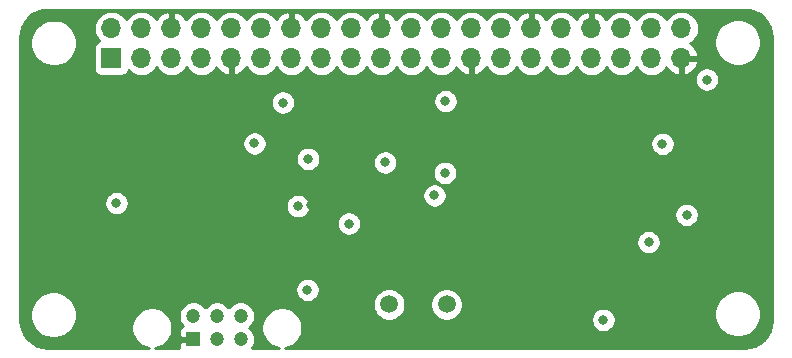
<source format=gbr>
G04 #@! TF.GenerationSoftware,KiCad,Pcbnew,(5.1.4)-1*
G04 #@! TF.CreationDate,2021-07-02T22:09:11-07:00*
G04 #@! TF.ProjectId,RocketPi,526f636b-6574-4506-992e-6b696361645f,rev?*
G04 #@! TF.SameCoordinates,Original*
G04 #@! TF.FileFunction,Copper,L3,Inr*
G04 #@! TF.FilePolarity,Positive*
%FSLAX46Y46*%
G04 Gerber Fmt 4.6, Leading zero omitted, Abs format (unit mm)*
G04 Created by KiCad (PCBNEW (5.1.4)-1) date 2021-07-02 22:09:11*
%MOMM*%
%LPD*%
G04 APERTURE LIST*
%ADD10C,1.500000*%
%ADD11O,1.700000X1.700000*%
%ADD12R,1.700000X1.700000*%
%ADD13C,1.200000*%
%ADD14R,1.200000X1.200000*%
%ADD15C,0.800000*%
%ADD16C,0.254000*%
G04 APERTURE END LIST*
D10*
X96948600Y-67792600D03*
X101828600Y-67792600D03*
D11*
X121691400Y-44424600D03*
X121691400Y-46964600D03*
X119151400Y-44424600D03*
X119151400Y-46964600D03*
X116611400Y-44424600D03*
X116611400Y-46964600D03*
X114071400Y-44424600D03*
X114071400Y-46964600D03*
X111531400Y-44424600D03*
X111531400Y-46964600D03*
X108991400Y-44424600D03*
X108991400Y-46964600D03*
X106451400Y-44424600D03*
X106451400Y-46964600D03*
X103911400Y-44424600D03*
X103911400Y-46964600D03*
X101371400Y-44424600D03*
X101371400Y-46964600D03*
X98831400Y-44424600D03*
X98831400Y-46964600D03*
X96291400Y-44424600D03*
X96291400Y-46964600D03*
X93751400Y-44424600D03*
X93751400Y-46964600D03*
X91211400Y-44424600D03*
X91211400Y-46964600D03*
X88671400Y-44424600D03*
X88671400Y-46964600D03*
X86131400Y-44424600D03*
X86131400Y-46964600D03*
X83591400Y-44424600D03*
X83591400Y-46964600D03*
X81051400Y-44424600D03*
X81051400Y-46964600D03*
X78511400Y-44424600D03*
X78511400Y-46964600D03*
X75971400Y-44424600D03*
X75971400Y-46964600D03*
X73431400Y-44424600D03*
D12*
X73431400Y-46964600D03*
D13*
X80372200Y-68773800D03*
X82372200Y-68773800D03*
X84372200Y-68773800D03*
X84372200Y-70773800D03*
D14*
X80372200Y-70773800D03*
D13*
X82372200Y-70773800D03*
D15*
X73761600Y-57099200D03*
X81991200Y-60782200D03*
X125984000Y-62915800D03*
X105029000Y-70688200D03*
X93878400Y-70662800D03*
X90373200Y-59359800D03*
X101142800Y-61366400D03*
X112268000Y-52603400D03*
X114350800Y-58597800D03*
X83769200Y-67157600D03*
X97078800Y-49555400D03*
X119786400Y-66649600D03*
X90093800Y-55473600D03*
X120091200Y-54203600D03*
X73863200Y-59232800D03*
X90043000Y-66573400D03*
X115087400Y-69113400D03*
X118922800Y-62534800D03*
X101727000Y-50596800D03*
X89230200Y-59486800D03*
X123850400Y-48768000D03*
X122148600Y-60223400D03*
X96621600Y-55778400D03*
X85547200Y-54178200D03*
X87960200Y-50723800D03*
X101676200Y-56667400D03*
X93548200Y-60960000D03*
X100787200Y-58572400D03*
D16*
G36*
X127019009Y-42863392D02*
G01*
X127501616Y-42910712D01*
X127933530Y-43041114D01*
X128331885Y-43252924D01*
X128681514Y-43538075D01*
X128969097Y-43885703D01*
X129183686Y-44282577D01*
X129317098Y-44713561D01*
X129367600Y-45194054D01*
X129367601Y-69144885D01*
X129320288Y-69627416D01*
X129189887Y-70059327D01*
X128978080Y-70457680D01*
X128692925Y-70807314D01*
X128345297Y-71094897D01*
X127948425Y-71309485D01*
X127517434Y-71442900D01*
X127036946Y-71493400D01*
X88120504Y-71493400D01*
X88378281Y-71442125D01*
X88694031Y-71311337D01*
X88978198Y-71121463D01*
X89219863Y-70879798D01*
X89409737Y-70595631D01*
X89540525Y-70279881D01*
X89607200Y-69944683D01*
X89607200Y-69602917D01*
X89540525Y-69267719D01*
X89409737Y-68951969D01*
X89219863Y-68667802D01*
X88978198Y-68426137D01*
X88694031Y-68236263D01*
X88378281Y-68105475D01*
X88043083Y-68038800D01*
X87701317Y-68038800D01*
X87366119Y-68105475D01*
X87050369Y-68236263D01*
X86766202Y-68426137D01*
X86524537Y-68667802D01*
X86334663Y-68951969D01*
X86203875Y-69267719D01*
X86137200Y-69602917D01*
X86137200Y-69944683D01*
X86203875Y-70279881D01*
X86334663Y-70595631D01*
X86524537Y-70879798D01*
X86766202Y-71121463D01*
X87050369Y-71311337D01*
X87366119Y-71442125D01*
X87623896Y-71493400D01*
X85376701Y-71493400D01*
X85466643Y-71358792D01*
X85559740Y-71134036D01*
X85607200Y-70895437D01*
X85607200Y-70652163D01*
X85559740Y-70413564D01*
X85466643Y-70188808D01*
X85331487Y-69986533D01*
X85159467Y-69814513D01*
X85098536Y-69773800D01*
X85159467Y-69733087D01*
X85331487Y-69561067D01*
X85466643Y-69358792D01*
X85559740Y-69134036D01*
X85607200Y-68895437D01*
X85607200Y-68652163D01*
X85559740Y-68413564D01*
X85466643Y-68188808D01*
X85331487Y-67986533D01*
X85159467Y-67814513D01*
X84957192Y-67679357D01*
X84901260Y-67656189D01*
X95563600Y-67656189D01*
X95563600Y-67929011D01*
X95616825Y-68196589D01*
X95721229Y-68448643D01*
X95872801Y-68675486D01*
X96065714Y-68868399D01*
X96292557Y-69019971D01*
X96544611Y-69124375D01*
X96812189Y-69177600D01*
X97085011Y-69177600D01*
X97352589Y-69124375D01*
X97604643Y-69019971D01*
X97831486Y-68868399D01*
X98024399Y-68675486D01*
X98175971Y-68448643D01*
X98280375Y-68196589D01*
X98333600Y-67929011D01*
X98333600Y-67656189D01*
X100443600Y-67656189D01*
X100443600Y-67929011D01*
X100496825Y-68196589D01*
X100601229Y-68448643D01*
X100752801Y-68675486D01*
X100945714Y-68868399D01*
X101172557Y-69019971D01*
X101424611Y-69124375D01*
X101692189Y-69177600D01*
X101965011Y-69177600D01*
X102232589Y-69124375D01*
X102484643Y-69019971D01*
X102497379Y-69011461D01*
X114052400Y-69011461D01*
X114052400Y-69215339D01*
X114092174Y-69415298D01*
X114170195Y-69603656D01*
X114283463Y-69773174D01*
X114427626Y-69917337D01*
X114597144Y-70030605D01*
X114785502Y-70108626D01*
X114985461Y-70148400D01*
X115189339Y-70148400D01*
X115389298Y-70108626D01*
X115577656Y-70030605D01*
X115747174Y-69917337D01*
X115891337Y-69773174D01*
X116004605Y-69603656D01*
X116082626Y-69415298D01*
X116122400Y-69215339D01*
X116122400Y-69011461D01*
X116082626Y-68811502D01*
X116004605Y-68623144D01*
X115891337Y-68453626D01*
X115847606Y-68409895D01*
X124481600Y-68409895D01*
X124481600Y-68800905D01*
X124557882Y-69184403D01*
X124707515Y-69545650D01*
X124924749Y-69870764D01*
X125201236Y-70147251D01*
X125526350Y-70364485D01*
X125887597Y-70514118D01*
X126271095Y-70590400D01*
X126662105Y-70590400D01*
X127045603Y-70514118D01*
X127406850Y-70364485D01*
X127731964Y-70147251D01*
X128008451Y-69870764D01*
X128225685Y-69545650D01*
X128375318Y-69184403D01*
X128451600Y-68800905D01*
X128451600Y-68409895D01*
X128375318Y-68026397D01*
X128225685Y-67665150D01*
X128008451Y-67340036D01*
X127731964Y-67063549D01*
X127406850Y-66846315D01*
X127045603Y-66696682D01*
X126662105Y-66620400D01*
X126271095Y-66620400D01*
X125887597Y-66696682D01*
X125526350Y-66846315D01*
X125201236Y-67063549D01*
X124924749Y-67340036D01*
X124707515Y-67665150D01*
X124557882Y-68026397D01*
X124481600Y-68409895D01*
X115847606Y-68409895D01*
X115747174Y-68309463D01*
X115577656Y-68196195D01*
X115389298Y-68118174D01*
X115189339Y-68078400D01*
X114985461Y-68078400D01*
X114785502Y-68118174D01*
X114597144Y-68196195D01*
X114427626Y-68309463D01*
X114283463Y-68453626D01*
X114170195Y-68623144D01*
X114092174Y-68811502D01*
X114052400Y-69011461D01*
X102497379Y-69011461D01*
X102711486Y-68868399D01*
X102904399Y-68675486D01*
X103055971Y-68448643D01*
X103160375Y-68196589D01*
X103213600Y-67929011D01*
X103213600Y-67656189D01*
X103160375Y-67388611D01*
X103055971Y-67136557D01*
X102904399Y-66909714D01*
X102711486Y-66716801D01*
X102484643Y-66565229D01*
X102232589Y-66460825D01*
X101965011Y-66407600D01*
X101692189Y-66407600D01*
X101424611Y-66460825D01*
X101172557Y-66565229D01*
X100945714Y-66716801D01*
X100752801Y-66909714D01*
X100601229Y-67136557D01*
X100496825Y-67388611D01*
X100443600Y-67656189D01*
X98333600Y-67656189D01*
X98280375Y-67388611D01*
X98175971Y-67136557D01*
X98024399Y-66909714D01*
X97831486Y-66716801D01*
X97604643Y-66565229D01*
X97352589Y-66460825D01*
X97085011Y-66407600D01*
X96812189Y-66407600D01*
X96544611Y-66460825D01*
X96292557Y-66565229D01*
X96065714Y-66716801D01*
X95872801Y-66909714D01*
X95721229Y-67136557D01*
X95616825Y-67388611D01*
X95563600Y-67656189D01*
X84901260Y-67656189D01*
X84732436Y-67586260D01*
X84493837Y-67538800D01*
X84250563Y-67538800D01*
X84011964Y-67586260D01*
X83787208Y-67679357D01*
X83584933Y-67814513D01*
X83412913Y-67986533D01*
X83372200Y-68047464D01*
X83331487Y-67986533D01*
X83159467Y-67814513D01*
X82957192Y-67679357D01*
X82732436Y-67586260D01*
X82493837Y-67538800D01*
X82250563Y-67538800D01*
X82011964Y-67586260D01*
X81787208Y-67679357D01*
X81584933Y-67814513D01*
X81412913Y-67986533D01*
X81372200Y-68047464D01*
X81331487Y-67986533D01*
X81159467Y-67814513D01*
X80957192Y-67679357D01*
X80732436Y-67586260D01*
X80493837Y-67538800D01*
X80250563Y-67538800D01*
X80011964Y-67586260D01*
X79787208Y-67679357D01*
X79584933Y-67814513D01*
X79412913Y-67986533D01*
X79277757Y-68188808D01*
X79184660Y-68413564D01*
X79137200Y-68652163D01*
X79137200Y-68895437D01*
X79184660Y-69134036D01*
X79277757Y-69358792D01*
X79412913Y-69561067D01*
X79468147Y-69616301D01*
X79417706Y-69643263D01*
X79321015Y-69722615D01*
X79241663Y-69819306D01*
X79182698Y-69929620D01*
X79146388Y-70049318D01*
X79134128Y-70173800D01*
X79137200Y-70488050D01*
X79295950Y-70646800D01*
X80245200Y-70646800D01*
X80245200Y-70626800D01*
X80499200Y-70626800D01*
X80499200Y-70646800D01*
X80519200Y-70646800D01*
X80519200Y-70900800D01*
X80499200Y-70900800D01*
X80499200Y-70920800D01*
X80245200Y-70920800D01*
X80245200Y-70900800D01*
X79295950Y-70900800D01*
X79137200Y-71059550D01*
X79134128Y-71373800D01*
X79145907Y-71493400D01*
X77120504Y-71493400D01*
X77378281Y-71442125D01*
X77694031Y-71311337D01*
X77978198Y-71121463D01*
X78219863Y-70879798D01*
X78409737Y-70595631D01*
X78540525Y-70279881D01*
X78607200Y-69944683D01*
X78607200Y-69602917D01*
X78540525Y-69267719D01*
X78409737Y-68951969D01*
X78219863Y-68667802D01*
X77978198Y-68426137D01*
X77694031Y-68236263D01*
X77378281Y-68105475D01*
X77043083Y-68038800D01*
X76701317Y-68038800D01*
X76366119Y-68105475D01*
X76050369Y-68236263D01*
X75766202Y-68426137D01*
X75524537Y-68667802D01*
X75334663Y-68951969D01*
X75203875Y-69267719D01*
X75137200Y-69602917D01*
X75137200Y-69944683D01*
X75203875Y-70279881D01*
X75334663Y-70595631D01*
X75524537Y-70879798D01*
X75766202Y-71121463D01*
X76050369Y-71311337D01*
X76366119Y-71442125D01*
X76623896Y-71493400D01*
X68086104Y-71493400D01*
X67603584Y-71446088D01*
X67171673Y-71315687D01*
X66773320Y-71103880D01*
X66423686Y-70818725D01*
X66136103Y-70471097D01*
X65921515Y-70074225D01*
X65788100Y-69643234D01*
X65737597Y-69162722D01*
X65737507Y-68486095D01*
X66544200Y-68486095D01*
X66544200Y-68877105D01*
X66620482Y-69260603D01*
X66770115Y-69621850D01*
X66987349Y-69946964D01*
X67263836Y-70223451D01*
X67588950Y-70440685D01*
X67950197Y-70590318D01*
X68333695Y-70666600D01*
X68724705Y-70666600D01*
X69108203Y-70590318D01*
X69469450Y-70440685D01*
X69794564Y-70223451D01*
X70071051Y-69946964D01*
X70288285Y-69621850D01*
X70437918Y-69260603D01*
X70514200Y-68877105D01*
X70514200Y-68486095D01*
X70437918Y-68102597D01*
X70288285Y-67741350D01*
X70071051Y-67416236D01*
X69794564Y-67139749D01*
X69469450Y-66922515D01*
X69108203Y-66772882D01*
X68724705Y-66696600D01*
X68333695Y-66696600D01*
X67950197Y-66772882D01*
X67588950Y-66922515D01*
X67263836Y-67139749D01*
X66987349Y-67416236D01*
X66770115Y-67741350D01*
X66620482Y-68102597D01*
X66544200Y-68486095D01*
X65737507Y-68486095D01*
X65737239Y-66471461D01*
X89008000Y-66471461D01*
X89008000Y-66675339D01*
X89047774Y-66875298D01*
X89125795Y-67063656D01*
X89239063Y-67233174D01*
X89383226Y-67377337D01*
X89552744Y-67490605D01*
X89741102Y-67568626D01*
X89941061Y-67608400D01*
X90144939Y-67608400D01*
X90344898Y-67568626D01*
X90533256Y-67490605D01*
X90702774Y-67377337D01*
X90846937Y-67233174D01*
X90960205Y-67063656D01*
X91038226Y-66875298D01*
X91078000Y-66675339D01*
X91078000Y-66471461D01*
X91038226Y-66271502D01*
X90960205Y-66083144D01*
X90846937Y-65913626D01*
X90702774Y-65769463D01*
X90533256Y-65656195D01*
X90344898Y-65578174D01*
X90144939Y-65538400D01*
X89941061Y-65538400D01*
X89741102Y-65578174D01*
X89552744Y-65656195D01*
X89383226Y-65769463D01*
X89239063Y-65913626D01*
X89125795Y-66083144D01*
X89047774Y-66271502D01*
X89008000Y-66471461D01*
X65737239Y-66471461D01*
X65736702Y-62432861D01*
X117887800Y-62432861D01*
X117887800Y-62636739D01*
X117927574Y-62836698D01*
X118005595Y-63025056D01*
X118118863Y-63194574D01*
X118263026Y-63338737D01*
X118432544Y-63452005D01*
X118620902Y-63530026D01*
X118820861Y-63569800D01*
X119024739Y-63569800D01*
X119224698Y-63530026D01*
X119413056Y-63452005D01*
X119582574Y-63338737D01*
X119726737Y-63194574D01*
X119840005Y-63025056D01*
X119918026Y-62836698D01*
X119957800Y-62636739D01*
X119957800Y-62432861D01*
X119918026Y-62232902D01*
X119840005Y-62044544D01*
X119726737Y-61875026D01*
X119582574Y-61730863D01*
X119413056Y-61617595D01*
X119224698Y-61539574D01*
X119024739Y-61499800D01*
X118820861Y-61499800D01*
X118620902Y-61539574D01*
X118432544Y-61617595D01*
X118263026Y-61730863D01*
X118118863Y-61875026D01*
X118005595Y-62044544D01*
X117927574Y-62232902D01*
X117887800Y-62432861D01*
X65736702Y-62432861D01*
X65736492Y-60858061D01*
X92513200Y-60858061D01*
X92513200Y-61061939D01*
X92552974Y-61261898D01*
X92630995Y-61450256D01*
X92744263Y-61619774D01*
X92888426Y-61763937D01*
X93057944Y-61877205D01*
X93246302Y-61955226D01*
X93446261Y-61995000D01*
X93650139Y-61995000D01*
X93850098Y-61955226D01*
X94038456Y-61877205D01*
X94207974Y-61763937D01*
X94352137Y-61619774D01*
X94465405Y-61450256D01*
X94543426Y-61261898D01*
X94583200Y-61061939D01*
X94583200Y-60858061D01*
X94543426Y-60658102D01*
X94465405Y-60469744D01*
X94352137Y-60300226D01*
X94207974Y-60156063D01*
X94156189Y-60121461D01*
X121113600Y-60121461D01*
X121113600Y-60325339D01*
X121153374Y-60525298D01*
X121231395Y-60713656D01*
X121344663Y-60883174D01*
X121488826Y-61027337D01*
X121658344Y-61140605D01*
X121846702Y-61218626D01*
X122046661Y-61258400D01*
X122250539Y-61258400D01*
X122450498Y-61218626D01*
X122638856Y-61140605D01*
X122808374Y-61027337D01*
X122952537Y-60883174D01*
X123065805Y-60713656D01*
X123143826Y-60525298D01*
X123183600Y-60325339D01*
X123183600Y-60121461D01*
X123143826Y-59921502D01*
X123065805Y-59733144D01*
X122952537Y-59563626D01*
X122808374Y-59419463D01*
X122638856Y-59306195D01*
X122450498Y-59228174D01*
X122250539Y-59188400D01*
X122046661Y-59188400D01*
X121846702Y-59228174D01*
X121658344Y-59306195D01*
X121488826Y-59419463D01*
X121344663Y-59563626D01*
X121231395Y-59733144D01*
X121153374Y-59921502D01*
X121113600Y-60121461D01*
X94156189Y-60121461D01*
X94038456Y-60042795D01*
X93850098Y-59964774D01*
X93650139Y-59925000D01*
X93446261Y-59925000D01*
X93246302Y-59964774D01*
X93057944Y-60042795D01*
X92888426Y-60156063D01*
X92744263Y-60300226D01*
X92630995Y-60469744D01*
X92552974Y-60658102D01*
X92513200Y-60858061D01*
X65736492Y-60858061D01*
X65736261Y-59130861D01*
X72828200Y-59130861D01*
X72828200Y-59334739D01*
X72867974Y-59534698D01*
X72945995Y-59723056D01*
X73059263Y-59892574D01*
X73203426Y-60036737D01*
X73372944Y-60150005D01*
X73561302Y-60228026D01*
X73761261Y-60267800D01*
X73965139Y-60267800D01*
X74165098Y-60228026D01*
X74353456Y-60150005D01*
X74522974Y-60036737D01*
X74667137Y-59892574D01*
X74780405Y-59723056D01*
X74858426Y-59534698D01*
X74888230Y-59384861D01*
X88195200Y-59384861D01*
X88195200Y-59588739D01*
X88234974Y-59788698D01*
X88312995Y-59977056D01*
X88426263Y-60146574D01*
X88570426Y-60290737D01*
X88739944Y-60404005D01*
X88928302Y-60482026D01*
X89128261Y-60521800D01*
X89332139Y-60521800D01*
X89532098Y-60482026D01*
X89720456Y-60404005D01*
X89889974Y-60290737D01*
X90034137Y-60146574D01*
X90147405Y-59977056D01*
X90225426Y-59788698D01*
X90265200Y-59588739D01*
X90265200Y-59384861D01*
X90225426Y-59184902D01*
X90147405Y-58996544D01*
X90034137Y-58827026D01*
X89889974Y-58682863D01*
X89720456Y-58569595D01*
X89532098Y-58491574D01*
X89425955Y-58470461D01*
X99752200Y-58470461D01*
X99752200Y-58674339D01*
X99791974Y-58874298D01*
X99869995Y-59062656D01*
X99983263Y-59232174D01*
X100127426Y-59376337D01*
X100296944Y-59489605D01*
X100485302Y-59567626D01*
X100685261Y-59607400D01*
X100889139Y-59607400D01*
X101089098Y-59567626D01*
X101277456Y-59489605D01*
X101446974Y-59376337D01*
X101591137Y-59232174D01*
X101704405Y-59062656D01*
X101782426Y-58874298D01*
X101822200Y-58674339D01*
X101822200Y-58470461D01*
X101782426Y-58270502D01*
X101704405Y-58082144D01*
X101591137Y-57912626D01*
X101446974Y-57768463D01*
X101277456Y-57655195D01*
X101089098Y-57577174D01*
X100889139Y-57537400D01*
X100685261Y-57537400D01*
X100485302Y-57577174D01*
X100296944Y-57655195D01*
X100127426Y-57768463D01*
X99983263Y-57912626D01*
X99869995Y-58082144D01*
X99791974Y-58270502D01*
X99752200Y-58470461D01*
X89425955Y-58470461D01*
X89332139Y-58451800D01*
X89128261Y-58451800D01*
X88928302Y-58491574D01*
X88739944Y-58569595D01*
X88570426Y-58682863D01*
X88426263Y-58827026D01*
X88312995Y-58996544D01*
X88234974Y-59184902D01*
X88195200Y-59384861D01*
X74888230Y-59384861D01*
X74898200Y-59334739D01*
X74898200Y-59130861D01*
X74858426Y-58930902D01*
X74780405Y-58742544D01*
X74667137Y-58573026D01*
X74522974Y-58428863D01*
X74353456Y-58315595D01*
X74165098Y-58237574D01*
X73965139Y-58197800D01*
X73761261Y-58197800D01*
X73561302Y-58237574D01*
X73372944Y-58315595D01*
X73203426Y-58428863D01*
X73059263Y-58573026D01*
X72945995Y-58742544D01*
X72867974Y-58930902D01*
X72828200Y-59130861D01*
X65736261Y-59130861D01*
X65735761Y-55371661D01*
X89058800Y-55371661D01*
X89058800Y-55575539D01*
X89098574Y-55775498D01*
X89176595Y-55963856D01*
X89289863Y-56133374D01*
X89434026Y-56277537D01*
X89603544Y-56390805D01*
X89791902Y-56468826D01*
X89991861Y-56508600D01*
X90195739Y-56508600D01*
X90395698Y-56468826D01*
X90584056Y-56390805D01*
X90753574Y-56277537D01*
X90897737Y-56133374D01*
X91011005Y-55963856D01*
X91089026Y-55775498D01*
X91108725Y-55676461D01*
X95586600Y-55676461D01*
X95586600Y-55880339D01*
X95626374Y-56080298D01*
X95704395Y-56268656D01*
X95817663Y-56438174D01*
X95961826Y-56582337D01*
X96131344Y-56695605D01*
X96319702Y-56773626D01*
X96519661Y-56813400D01*
X96723539Y-56813400D01*
X96923498Y-56773626D01*
X97111856Y-56695605D01*
X97281374Y-56582337D01*
X97298250Y-56565461D01*
X100641200Y-56565461D01*
X100641200Y-56769339D01*
X100680974Y-56969298D01*
X100758995Y-57157656D01*
X100872263Y-57327174D01*
X101016426Y-57471337D01*
X101185944Y-57584605D01*
X101374302Y-57662626D01*
X101574261Y-57702400D01*
X101778139Y-57702400D01*
X101978098Y-57662626D01*
X102166456Y-57584605D01*
X102335974Y-57471337D01*
X102480137Y-57327174D01*
X102593405Y-57157656D01*
X102671426Y-56969298D01*
X102711200Y-56769339D01*
X102711200Y-56565461D01*
X102671426Y-56365502D01*
X102593405Y-56177144D01*
X102480137Y-56007626D01*
X102335974Y-55863463D01*
X102166456Y-55750195D01*
X101978098Y-55672174D01*
X101778139Y-55632400D01*
X101574261Y-55632400D01*
X101374302Y-55672174D01*
X101185944Y-55750195D01*
X101016426Y-55863463D01*
X100872263Y-56007626D01*
X100758995Y-56177144D01*
X100680974Y-56365502D01*
X100641200Y-56565461D01*
X97298250Y-56565461D01*
X97425537Y-56438174D01*
X97538805Y-56268656D01*
X97616826Y-56080298D01*
X97656600Y-55880339D01*
X97656600Y-55676461D01*
X97616826Y-55476502D01*
X97538805Y-55288144D01*
X97425537Y-55118626D01*
X97281374Y-54974463D01*
X97111856Y-54861195D01*
X96923498Y-54783174D01*
X96723539Y-54743400D01*
X96519661Y-54743400D01*
X96319702Y-54783174D01*
X96131344Y-54861195D01*
X95961826Y-54974463D01*
X95817663Y-55118626D01*
X95704395Y-55288144D01*
X95626374Y-55476502D01*
X95586600Y-55676461D01*
X91108725Y-55676461D01*
X91128800Y-55575539D01*
X91128800Y-55371661D01*
X91089026Y-55171702D01*
X91011005Y-54983344D01*
X90897737Y-54813826D01*
X90753574Y-54669663D01*
X90584056Y-54556395D01*
X90395698Y-54478374D01*
X90195739Y-54438600D01*
X89991861Y-54438600D01*
X89791902Y-54478374D01*
X89603544Y-54556395D01*
X89434026Y-54669663D01*
X89289863Y-54813826D01*
X89176595Y-54983344D01*
X89098574Y-55171702D01*
X89058800Y-55371661D01*
X65735761Y-55371661D01*
X65735588Y-54076261D01*
X84512200Y-54076261D01*
X84512200Y-54280139D01*
X84551974Y-54480098D01*
X84629995Y-54668456D01*
X84743263Y-54837974D01*
X84887426Y-54982137D01*
X85056944Y-55095405D01*
X85245302Y-55173426D01*
X85445261Y-55213200D01*
X85649139Y-55213200D01*
X85849098Y-55173426D01*
X86037456Y-55095405D01*
X86206974Y-54982137D01*
X86351137Y-54837974D01*
X86464405Y-54668456D01*
X86542426Y-54480098D01*
X86582200Y-54280139D01*
X86582200Y-54101661D01*
X119056200Y-54101661D01*
X119056200Y-54305539D01*
X119095974Y-54505498D01*
X119173995Y-54693856D01*
X119287263Y-54863374D01*
X119431426Y-55007537D01*
X119600944Y-55120805D01*
X119789302Y-55198826D01*
X119989261Y-55238600D01*
X120193139Y-55238600D01*
X120393098Y-55198826D01*
X120581456Y-55120805D01*
X120750974Y-55007537D01*
X120895137Y-54863374D01*
X121008405Y-54693856D01*
X121086426Y-54505498D01*
X121126200Y-54305539D01*
X121126200Y-54101661D01*
X121086426Y-53901702D01*
X121008405Y-53713344D01*
X120895137Y-53543826D01*
X120750974Y-53399663D01*
X120581456Y-53286395D01*
X120393098Y-53208374D01*
X120193139Y-53168600D01*
X119989261Y-53168600D01*
X119789302Y-53208374D01*
X119600944Y-53286395D01*
X119431426Y-53399663D01*
X119287263Y-53543826D01*
X119173995Y-53713344D01*
X119095974Y-53901702D01*
X119056200Y-54101661D01*
X86582200Y-54101661D01*
X86582200Y-54076261D01*
X86542426Y-53876302D01*
X86464405Y-53687944D01*
X86351137Y-53518426D01*
X86206974Y-53374263D01*
X86037456Y-53260995D01*
X85849098Y-53182974D01*
X85649139Y-53143200D01*
X85445261Y-53143200D01*
X85245302Y-53182974D01*
X85056944Y-53260995D01*
X84887426Y-53374263D01*
X84743263Y-53518426D01*
X84629995Y-53687944D01*
X84551974Y-53876302D01*
X84512200Y-54076261D01*
X65735588Y-54076261D01*
X65735128Y-50621861D01*
X86925200Y-50621861D01*
X86925200Y-50825739D01*
X86964974Y-51025698D01*
X87042995Y-51214056D01*
X87156263Y-51383574D01*
X87300426Y-51527737D01*
X87469944Y-51641005D01*
X87658302Y-51719026D01*
X87858261Y-51758800D01*
X88062139Y-51758800D01*
X88262098Y-51719026D01*
X88450456Y-51641005D01*
X88619974Y-51527737D01*
X88764137Y-51383574D01*
X88877405Y-51214056D01*
X88955426Y-51025698D01*
X88995200Y-50825739D01*
X88995200Y-50621861D01*
X88969939Y-50494861D01*
X100692000Y-50494861D01*
X100692000Y-50698739D01*
X100731774Y-50898698D01*
X100809795Y-51087056D01*
X100923063Y-51256574D01*
X101067226Y-51400737D01*
X101236744Y-51514005D01*
X101425102Y-51592026D01*
X101625061Y-51631800D01*
X101828939Y-51631800D01*
X102028898Y-51592026D01*
X102217256Y-51514005D01*
X102386774Y-51400737D01*
X102530937Y-51256574D01*
X102644205Y-51087056D01*
X102722226Y-50898698D01*
X102762000Y-50698739D01*
X102762000Y-50494861D01*
X102722226Y-50294902D01*
X102644205Y-50106544D01*
X102530937Y-49937026D01*
X102386774Y-49792863D01*
X102217256Y-49679595D01*
X102028898Y-49601574D01*
X101828939Y-49561800D01*
X101625061Y-49561800D01*
X101425102Y-49601574D01*
X101236744Y-49679595D01*
X101067226Y-49792863D01*
X100923063Y-49937026D01*
X100809795Y-50106544D01*
X100731774Y-50294902D01*
X100692000Y-50494861D01*
X88969939Y-50494861D01*
X88955426Y-50421902D01*
X88877405Y-50233544D01*
X88764137Y-50064026D01*
X88619974Y-49919863D01*
X88450456Y-49806595D01*
X88262098Y-49728574D01*
X88062139Y-49688800D01*
X87858261Y-49688800D01*
X87658302Y-49728574D01*
X87469944Y-49806595D01*
X87300426Y-49919863D01*
X87156263Y-50064026D01*
X87042995Y-50233544D01*
X86964974Y-50421902D01*
X86925200Y-50621861D01*
X65735128Y-50621861D01*
X65734868Y-48666061D01*
X122815400Y-48666061D01*
X122815400Y-48869939D01*
X122855174Y-49069898D01*
X122933195Y-49258256D01*
X123046463Y-49427774D01*
X123190626Y-49571937D01*
X123360144Y-49685205D01*
X123548502Y-49763226D01*
X123748461Y-49803000D01*
X123952339Y-49803000D01*
X124152298Y-49763226D01*
X124340656Y-49685205D01*
X124510174Y-49571937D01*
X124654337Y-49427774D01*
X124767605Y-49258256D01*
X124845626Y-49069898D01*
X124885400Y-48869939D01*
X124885400Y-48666061D01*
X124845626Y-48466102D01*
X124767605Y-48277744D01*
X124654337Y-48108226D01*
X124510174Y-47964063D01*
X124340656Y-47850795D01*
X124152298Y-47772774D01*
X123952339Y-47733000D01*
X123748461Y-47733000D01*
X123548502Y-47772774D01*
X123360144Y-47850795D01*
X123190626Y-47964063D01*
X123046463Y-48108226D01*
X122933195Y-48277744D01*
X122855174Y-48466102D01*
X122815400Y-48666061D01*
X65734868Y-48666061D01*
X65734442Y-45473695D01*
X66569600Y-45473695D01*
X66569600Y-45864705D01*
X66645882Y-46248203D01*
X66795515Y-46609450D01*
X67012749Y-46934564D01*
X67289236Y-47211051D01*
X67614350Y-47428285D01*
X67975597Y-47577918D01*
X68359095Y-47654200D01*
X68750105Y-47654200D01*
X69133603Y-47577918D01*
X69494850Y-47428285D01*
X69819964Y-47211051D01*
X70096451Y-46934564D01*
X70313685Y-46609450D01*
X70463318Y-46248203D01*
X70539600Y-45864705D01*
X70539600Y-45473695D01*
X70463318Y-45090197D01*
X70313685Y-44728950D01*
X70110326Y-44424600D01*
X71939215Y-44424600D01*
X71967887Y-44715711D01*
X72052801Y-44995634D01*
X72190694Y-45253614D01*
X72376266Y-45479734D01*
X72406087Y-45504207D01*
X72337220Y-45525098D01*
X72226906Y-45584063D01*
X72130215Y-45663415D01*
X72050863Y-45760106D01*
X71991898Y-45870420D01*
X71955588Y-45990118D01*
X71943328Y-46114600D01*
X71943328Y-47814600D01*
X71955588Y-47939082D01*
X71991898Y-48058780D01*
X72050863Y-48169094D01*
X72130215Y-48265785D01*
X72226906Y-48345137D01*
X72337220Y-48404102D01*
X72456918Y-48440412D01*
X72581400Y-48452672D01*
X74281400Y-48452672D01*
X74405882Y-48440412D01*
X74525580Y-48404102D01*
X74635894Y-48345137D01*
X74732585Y-48265785D01*
X74811937Y-48169094D01*
X74870902Y-48058780D01*
X74891793Y-47989913D01*
X74916266Y-48019734D01*
X75142386Y-48205306D01*
X75400366Y-48343199D01*
X75680289Y-48428113D01*
X75898450Y-48449600D01*
X76044350Y-48449600D01*
X76262511Y-48428113D01*
X76542434Y-48343199D01*
X76800414Y-48205306D01*
X77026534Y-48019734D01*
X77212106Y-47793614D01*
X77241400Y-47738809D01*
X77270694Y-47793614D01*
X77456266Y-48019734D01*
X77682386Y-48205306D01*
X77940366Y-48343199D01*
X78220289Y-48428113D01*
X78438450Y-48449600D01*
X78584350Y-48449600D01*
X78802511Y-48428113D01*
X79082434Y-48343199D01*
X79340414Y-48205306D01*
X79566534Y-48019734D01*
X79752106Y-47793614D01*
X79781400Y-47738809D01*
X79810694Y-47793614D01*
X79996266Y-48019734D01*
X80222386Y-48205306D01*
X80480366Y-48343199D01*
X80760289Y-48428113D01*
X80978450Y-48449600D01*
X81124350Y-48449600D01*
X81342511Y-48428113D01*
X81622434Y-48343199D01*
X81880414Y-48205306D01*
X82106534Y-48019734D01*
X82292106Y-47793614D01*
X82326601Y-47729077D01*
X82396222Y-47845955D01*
X82591131Y-48062188D01*
X82824480Y-48236241D01*
X83087301Y-48361425D01*
X83234510Y-48406076D01*
X83464400Y-48284755D01*
X83464400Y-47091600D01*
X83444400Y-47091600D01*
X83444400Y-46837600D01*
X83464400Y-46837600D01*
X83464400Y-46817600D01*
X83718400Y-46817600D01*
X83718400Y-46837600D01*
X83738400Y-46837600D01*
X83738400Y-47091600D01*
X83718400Y-47091600D01*
X83718400Y-48284755D01*
X83948290Y-48406076D01*
X84095499Y-48361425D01*
X84358320Y-48236241D01*
X84591669Y-48062188D01*
X84786578Y-47845955D01*
X84856199Y-47729077D01*
X84890694Y-47793614D01*
X85076266Y-48019734D01*
X85302386Y-48205306D01*
X85560366Y-48343199D01*
X85840289Y-48428113D01*
X86058450Y-48449600D01*
X86204350Y-48449600D01*
X86422511Y-48428113D01*
X86702434Y-48343199D01*
X86960414Y-48205306D01*
X87186534Y-48019734D01*
X87372106Y-47793614D01*
X87401400Y-47738809D01*
X87430694Y-47793614D01*
X87616266Y-48019734D01*
X87842386Y-48205306D01*
X88100366Y-48343199D01*
X88380289Y-48428113D01*
X88598450Y-48449600D01*
X88744350Y-48449600D01*
X88962511Y-48428113D01*
X89242434Y-48343199D01*
X89500414Y-48205306D01*
X89726534Y-48019734D01*
X89912106Y-47793614D01*
X89941400Y-47738809D01*
X89970694Y-47793614D01*
X90156266Y-48019734D01*
X90382386Y-48205306D01*
X90640366Y-48343199D01*
X90920289Y-48428113D01*
X91138450Y-48449600D01*
X91284350Y-48449600D01*
X91502511Y-48428113D01*
X91782434Y-48343199D01*
X92040414Y-48205306D01*
X92266534Y-48019734D01*
X92452106Y-47793614D01*
X92481400Y-47738809D01*
X92510694Y-47793614D01*
X92696266Y-48019734D01*
X92922386Y-48205306D01*
X93180366Y-48343199D01*
X93460289Y-48428113D01*
X93678450Y-48449600D01*
X93824350Y-48449600D01*
X94042511Y-48428113D01*
X94322434Y-48343199D01*
X94580414Y-48205306D01*
X94806534Y-48019734D01*
X94992106Y-47793614D01*
X95021400Y-47738809D01*
X95050694Y-47793614D01*
X95236266Y-48019734D01*
X95462386Y-48205306D01*
X95720366Y-48343199D01*
X96000289Y-48428113D01*
X96218450Y-48449600D01*
X96364350Y-48449600D01*
X96582511Y-48428113D01*
X96862434Y-48343199D01*
X97120414Y-48205306D01*
X97346534Y-48019734D01*
X97532106Y-47793614D01*
X97561400Y-47738809D01*
X97590694Y-47793614D01*
X97776266Y-48019734D01*
X98002386Y-48205306D01*
X98260366Y-48343199D01*
X98540289Y-48428113D01*
X98758450Y-48449600D01*
X98904350Y-48449600D01*
X99122511Y-48428113D01*
X99402434Y-48343199D01*
X99660414Y-48205306D01*
X99886534Y-48019734D01*
X100072106Y-47793614D01*
X100101400Y-47738809D01*
X100130694Y-47793614D01*
X100316266Y-48019734D01*
X100542386Y-48205306D01*
X100800366Y-48343199D01*
X101080289Y-48428113D01*
X101298450Y-48449600D01*
X101444350Y-48449600D01*
X101662511Y-48428113D01*
X101942434Y-48343199D01*
X102200414Y-48205306D01*
X102426534Y-48019734D01*
X102612106Y-47793614D01*
X102646601Y-47729077D01*
X102716222Y-47845955D01*
X102911131Y-48062188D01*
X103144480Y-48236241D01*
X103407301Y-48361425D01*
X103554510Y-48406076D01*
X103784400Y-48284755D01*
X103784400Y-47091600D01*
X103764400Y-47091600D01*
X103764400Y-46837600D01*
X103784400Y-46837600D01*
X103784400Y-46817600D01*
X104038400Y-46817600D01*
X104038400Y-46837600D01*
X104058400Y-46837600D01*
X104058400Y-47091600D01*
X104038400Y-47091600D01*
X104038400Y-48284755D01*
X104268290Y-48406076D01*
X104415499Y-48361425D01*
X104678320Y-48236241D01*
X104911669Y-48062188D01*
X105106578Y-47845955D01*
X105176199Y-47729077D01*
X105210694Y-47793614D01*
X105396266Y-48019734D01*
X105622386Y-48205306D01*
X105880366Y-48343199D01*
X106160289Y-48428113D01*
X106378450Y-48449600D01*
X106524350Y-48449600D01*
X106742511Y-48428113D01*
X107022434Y-48343199D01*
X107280414Y-48205306D01*
X107506534Y-48019734D01*
X107692106Y-47793614D01*
X107721400Y-47738809D01*
X107750694Y-47793614D01*
X107936266Y-48019734D01*
X108162386Y-48205306D01*
X108420366Y-48343199D01*
X108700289Y-48428113D01*
X108918450Y-48449600D01*
X109064350Y-48449600D01*
X109282511Y-48428113D01*
X109562434Y-48343199D01*
X109820414Y-48205306D01*
X110046534Y-48019734D01*
X110232106Y-47793614D01*
X110261400Y-47738809D01*
X110290694Y-47793614D01*
X110476266Y-48019734D01*
X110702386Y-48205306D01*
X110960366Y-48343199D01*
X111240289Y-48428113D01*
X111458450Y-48449600D01*
X111604350Y-48449600D01*
X111822511Y-48428113D01*
X112102434Y-48343199D01*
X112360414Y-48205306D01*
X112586534Y-48019734D01*
X112772106Y-47793614D01*
X112801400Y-47738809D01*
X112830694Y-47793614D01*
X113016266Y-48019734D01*
X113242386Y-48205306D01*
X113500366Y-48343199D01*
X113780289Y-48428113D01*
X113998450Y-48449600D01*
X114144350Y-48449600D01*
X114362511Y-48428113D01*
X114642434Y-48343199D01*
X114900414Y-48205306D01*
X115126534Y-48019734D01*
X115312106Y-47793614D01*
X115341400Y-47738809D01*
X115370694Y-47793614D01*
X115556266Y-48019734D01*
X115782386Y-48205306D01*
X116040366Y-48343199D01*
X116320289Y-48428113D01*
X116538450Y-48449600D01*
X116684350Y-48449600D01*
X116902511Y-48428113D01*
X117182434Y-48343199D01*
X117440414Y-48205306D01*
X117666534Y-48019734D01*
X117852106Y-47793614D01*
X117881400Y-47738809D01*
X117910694Y-47793614D01*
X118096266Y-48019734D01*
X118322386Y-48205306D01*
X118580366Y-48343199D01*
X118860289Y-48428113D01*
X119078450Y-48449600D01*
X119224350Y-48449600D01*
X119442511Y-48428113D01*
X119722434Y-48343199D01*
X119980414Y-48205306D01*
X120206534Y-48019734D01*
X120392106Y-47793614D01*
X120426601Y-47729077D01*
X120496222Y-47845955D01*
X120691131Y-48062188D01*
X120924480Y-48236241D01*
X121187301Y-48361425D01*
X121334510Y-48406076D01*
X121564400Y-48284755D01*
X121564400Y-47091600D01*
X121818400Y-47091600D01*
X121818400Y-48284755D01*
X122048290Y-48406076D01*
X122195499Y-48361425D01*
X122458320Y-48236241D01*
X122691669Y-48062188D01*
X122886578Y-47845955D01*
X123035557Y-47595852D01*
X123132881Y-47321491D01*
X123012214Y-47091600D01*
X121818400Y-47091600D01*
X121564400Y-47091600D01*
X121544400Y-47091600D01*
X121544400Y-46837600D01*
X121564400Y-46837600D01*
X121564400Y-46817600D01*
X121818400Y-46817600D01*
X121818400Y-46837600D01*
X123012214Y-46837600D01*
X123132881Y-46607709D01*
X123035557Y-46333348D01*
X122886578Y-46083245D01*
X122691669Y-45867012D01*
X122462644Y-45696184D01*
X122520414Y-45665306D01*
X122746534Y-45479734D01*
X122793180Y-45422895D01*
X124481600Y-45422895D01*
X124481600Y-45813905D01*
X124557882Y-46197403D01*
X124707515Y-46558650D01*
X124924749Y-46883764D01*
X125201236Y-47160251D01*
X125526350Y-47377485D01*
X125887597Y-47527118D01*
X126271095Y-47603400D01*
X126662105Y-47603400D01*
X127045603Y-47527118D01*
X127406850Y-47377485D01*
X127731964Y-47160251D01*
X128008451Y-46883764D01*
X128225685Y-46558650D01*
X128375318Y-46197403D01*
X128451600Y-45813905D01*
X128451600Y-45422895D01*
X128375318Y-45039397D01*
X128225685Y-44678150D01*
X128008451Y-44353036D01*
X127731964Y-44076549D01*
X127406850Y-43859315D01*
X127045603Y-43709682D01*
X126662105Y-43633400D01*
X126271095Y-43633400D01*
X125887597Y-43709682D01*
X125526350Y-43859315D01*
X125201236Y-44076549D01*
X124924749Y-44353036D01*
X124707515Y-44678150D01*
X124557882Y-45039397D01*
X124481600Y-45422895D01*
X122793180Y-45422895D01*
X122932106Y-45253614D01*
X123069999Y-44995634D01*
X123154913Y-44715711D01*
X123183585Y-44424600D01*
X123154913Y-44133489D01*
X123069999Y-43853566D01*
X122932106Y-43595586D01*
X122746534Y-43369466D01*
X122520414Y-43183894D01*
X122262434Y-43046001D01*
X121982511Y-42961087D01*
X121764350Y-42939600D01*
X121618450Y-42939600D01*
X121400289Y-42961087D01*
X121120366Y-43046001D01*
X120862386Y-43183894D01*
X120636266Y-43369466D01*
X120450694Y-43595586D01*
X120421400Y-43650391D01*
X120392106Y-43595586D01*
X120206534Y-43369466D01*
X119980414Y-43183894D01*
X119722434Y-43046001D01*
X119442511Y-42961087D01*
X119224350Y-42939600D01*
X119078450Y-42939600D01*
X118860289Y-42961087D01*
X118580366Y-43046001D01*
X118322386Y-43183894D01*
X118096266Y-43369466D01*
X117910694Y-43595586D01*
X117881400Y-43650391D01*
X117852106Y-43595586D01*
X117666534Y-43369466D01*
X117440414Y-43183894D01*
X117182434Y-43046001D01*
X116902511Y-42961087D01*
X116684350Y-42939600D01*
X116538450Y-42939600D01*
X116320289Y-42961087D01*
X116040366Y-43046001D01*
X115782386Y-43183894D01*
X115556266Y-43369466D01*
X115370694Y-43595586D01*
X115336199Y-43660123D01*
X115266578Y-43543245D01*
X115071669Y-43327012D01*
X114838320Y-43152959D01*
X114575499Y-43027775D01*
X114428290Y-42983124D01*
X114198400Y-43104445D01*
X114198400Y-44297600D01*
X114218400Y-44297600D01*
X114218400Y-44551600D01*
X114198400Y-44551600D01*
X114198400Y-44571600D01*
X113944400Y-44571600D01*
X113944400Y-44551600D01*
X113924400Y-44551600D01*
X113924400Y-44297600D01*
X113944400Y-44297600D01*
X113944400Y-43104445D01*
X113714510Y-42983124D01*
X113567301Y-43027775D01*
X113304480Y-43152959D01*
X113071131Y-43327012D01*
X112876222Y-43543245D01*
X112806601Y-43660123D01*
X112772106Y-43595586D01*
X112586534Y-43369466D01*
X112360414Y-43183894D01*
X112102434Y-43046001D01*
X111822511Y-42961087D01*
X111604350Y-42939600D01*
X111458450Y-42939600D01*
X111240289Y-42961087D01*
X110960366Y-43046001D01*
X110702386Y-43183894D01*
X110476266Y-43369466D01*
X110290694Y-43595586D01*
X110256199Y-43660123D01*
X110186578Y-43543245D01*
X109991669Y-43327012D01*
X109758320Y-43152959D01*
X109495499Y-43027775D01*
X109348290Y-42983124D01*
X109118400Y-43104445D01*
X109118400Y-44297600D01*
X109138400Y-44297600D01*
X109138400Y-44551600D01*
X109118400Y-44551600D01*
X109118400Y-44571600D01*
X108864400Y-44571600D01*
X108864400Y-44551600D01*
X108844400Y-44551600D01*
X108844400Y-44297600D01*
X108864400Y-44297600D01*
X108864400Y-43104445D01*
X108634510Y-42983124D01*
X108487301Y-43027775D01*
X108224480Y-43152959D01*
X107991131Y-43327012D01*
X107796222Y-43543245D01*
X107726601Y-43660123D01*
X107692106Y-43595586D01*
X107506534Y-43369466D01*
X107280414Y-43183894D01*
X107022434Y-43046001D01*
X106742511Y-42961087D01*
X106524350Y-42939600D01*
X106378450Y-42939600D01*
X106160289Y-42961087D01*
X105880366Y-43046001D01*
X105622386Y-43183894D01*
X105396266Y-43369466D01*
X105210694Y-43595586D01*
X105181400Y-43650391D01*
X105152106Y-43595586D01*
X104966534Y-43369466D01*
X104740414Y-43183894D01*
X104482434Y-43046001D01*
X104202511Y-42961087D01*
X103984350Y-42939600D01*
X103838450Y-42939600D01*
X103620289Y-42961087D01*
X103340366Y-43046001D01*
X103082386Y-43183894D01*
X102856266Y-43369466D01*
X102670694Y-43595586D01*
X102641400Y-43650391D01*
X102612106Y-43595586D01*
X102426534Y-43369466D01*
X102200414Y-43183894D01*
X101942434Y-43046001D01*
X101662511Y-42961087D01*
X101444350Y-42939600D01*
X101298450Y-42939600D01*
X101080289Y-42961087D01*
X100800366Y-43046001D01*
X100542386Y-43183894D01*
X100316266Y-43369466D01*
X100130694Y-43595586D01*
X100101400Y-43650391D01*
X100072106Y-43595586D01*
X99886534Y-43369466D01*
X99660414Y-43183894D01*
X99402434Y-43046001D01*
X99122511Y-42961087D01*
X98904350Y-42939600D01*
X98758450Y-42939600D01*
X98540289Y-42961087D01*
X98260366Y-43046001D01*
X98002386Y-43183894D01*
X97776266Y-43369466D01*
X97590694Y-43595586D01*
X97556199Y-43660123D01*
X97486578Y-43543245D01*
X97291669Y-43327012D01*
X97058320Y-43152959D01*
X96795499Y-43027775D01*
X96648290Y-42983124D01*
X96418400Y-43104445D01*
X96418400Y-44297600D01*
X96438400Y-44297600D01*
X96438400Y-44551600D01*
X96418400Y-44551600D01*
X96418400Y-44571600D01*
X96164400Y-44571600D01*
X96164400Y-44551600D01*
X96144400Y-44551600D01*
X96144400Y-44297600D01*
X96164400Y-44297600D01*
X96164400Y-43104445D01*
X95934510Y-42983124D01*
X95787301Y-43027775D01*
X95524480Y-43152959D01*
X95291131Y-43327012D01*
X95096222Y-43543245D01*
X95026601Y-43660123D01*
X94992106Y-43595586D01*
X94806534Y-43369466D01*
X94580414Y-43183894D01*
X94322434Y-43046001D01*
X94042511Y-42961087D01*
X93824350Y-42939600D01*
X93678450Y-42939600D01*
X93460289Y-42961087D01*
X93180366Y-43046001D01*
X92922386Y-43183894D01*
X92696266Y-43369466D01*
X92510694Y-43595586D01*
X92481400Y-43650391D01*
X92452106Y-43595586D01*
X92266534Y-43369466D01*
X92040414Y-43183894D01*
X91782434Y-43046001D01*
X91502511Y-42961087D01*
X91284350Y-42939600D01*
X91138450Y-42939600D01*
X90920289Y-42961087D01*
X90640366Y-43046001D01*
X90382386Y-43183894D01*
X90156266Y-43369466D01*
X89970694Y-43595586D01*
X89936199Y-43660123D01*
X89866578Y-43543245D01*
X89671669Y-43327012D01*
X89438320Y-43152959D01*
X89175499Y-43027775D01*
X89028290Y-42983124D01*
X88798400Y-43104445D01*
X88798400Y-44297600D01*
X88818400Y-44297600D01*
X88818400Y-44551600D01*
X88798400Y-44551600D01*
X88798400Y-44571600D01*
X88544400Y-44571600D01*
X88544400Y-44551600D01*
X88524400Y-44551600D01*
X88524400Y-44297600D01*
X88544400Y-44297600D01*
X88544400Y-43104445D01*
X88314510Y-42983124D01*
X88167301Y-43027775D01*
X87904480Y-43152959D01*
X87671131Y-43327012D01*
X87476222Y-43543245D01*
X87406601Y-43660123D01*
X87372106Y-43595586D01*
X87186534Y-43369466D01*
X86960414Y-43183894D01*
X86702434Y-43046001D01*
X86422511Y-42961087D01*
X86204350Y-42939600D01*
X86058450Y-42939600D01*
X85840289Y-42961087D01*
X85560366Y-43046001D01*
X85302386Y-43183894D01*
X85076266Y-43369466D01*
X84890694Y-43595586D01*
X84861400Y-43650391D01*
X84832106Y-43595586D01*
X84646534Y-43369466D01*
X84420414Y-43183894D01*
X84162434Y-43046001D01*
X83882511Y-42961087D01*
X83664350Y-42939600D01*
X83518450Y-42939600D01*
X83300289Y-42961087D01*
X83020366Y-43046001D01*
X82762386Y-43183894D01*
X82536266Y-43369466D01*
X82350694Y-43595586D01*
X82321400Y-43650391D01*
X82292106Y-43595586D01*
X82106534Y-43369466D01*
X81880414Y-43183894D01*
X81622434Y-43046001D01*
X81342511Y-42961087D01*
X81124350Y-42939600D01*
X80978450Y-42939600D01*
X80760289Y-42961087D01*
X80480366Y-43046001D01*
X80222386Y-43183894D01*
X79996266Y-43369466D01*
X79810694Y-43595586D01*
X79776199Y-43660123D01*
X79706578Y-43543245D01*
X79511669Y-43327012D01*
X79278320Y-43152959D01*
X79015499Y-43027775D01*
X78868290Y-42983124D01*
X78638400Y-43104445D01*
X78638400Y-44297600D01*
X78658400Y-44297600D01*
X78658400Y-44551600D01*
X78638400Y-44551600D01*
X78638400Y-44571600D01*
X78384400Y-44571600D01*
X78384400Y-44551600D01*
X78364400Y-44551600D01*
X78364400Y-44297600D01*
X78384400Y-44297600D01*
X78384400Y-43104445D01*
X78154510Y-42983124D01*
X78007301Y-43027775D01*
X77744480Y-43152959D01*
X77511131Y-43327012D01*
X77316222Y-43543245D01*
X77246601Y-43660123D01*
X77212106Y-43595586D01*
X77026534Y-43369466D01*
X76800414Y-43183894D01*
X76542434Y-43046001D01*
X76262511Y-42961087D01*
X76044350Y-42939600D01*
X75898450Y-42939600D01*
X75680289Y-42961087D01*
X75400366Y-43046001D01*
X75142386Y-43183894D01*
X74916266Y-43369466D01*
X74730694Y-43595586D01*
X74701400Y-43650391D01*
X74672106Y-43595586D01*
X74486534Y-43369466D01*
X74260414Y-43183894D01*
X74002434Y-43046001D01*
X73722511Y-42961087D01*
X73504350Y-42939600D01*
X73358450Y-42939600D01*
X73140289Y-42961087D01*
X72860366Y-43046001D01*
X72602386Y-43183894D01*
X72376266Y-43369466D01*
X72190694Y-43595586D01*
X72052801Y-43853566D01*
X71967887Y-44133489D01*
X71939215Y-44424600D01*
X70110326Y-44424600D01*
X70096451Y-44403836D01*
X69819964Y-44127349D01*
X69494850Y-43910115D01*
X69133603Y-43760482D01*
X68750105Y-43684200D01*
X68359095Y-43684200D01*
X67975597Y-43760482D01*
X67614350Y-43910115D01*
X67289236Y-44127349D01*
X67012749Y-44403836D01*
X66795515Y-44728950D01*
X66645882Y-45090197D01*
X66569600Y-45473695D01*
X65734442Y-45473695D01*
X65734404Y-45194664D01*
X65781658Y-44712730D01*
X65911904Y-44281336D01*
X66123456Y-43883465D01*
X66408261Y-43534260D01*
X66755471Y-43247023D01*
X67151858Y-43032697D01*
X67582327Y-42899444D01*
X68062244Y-42849003D01*
X127019009Y-42863392D01*
X127019009Y-42863392D01*
G37*
X127019009Y-42863392D02*
X127501616Y-42910712D01*
X127933530Y-43041114D01*
X128331885Y-43252924D01*
X128681514Y-43538075D01*
X128969097Y-43885703D01*
X129183686Y-44282577D01*
X129317098Y-44713561D01*
X129367600Y-45194054D01*
X129367601Y-69144885D01*
X129320288Y-69627416D01*
X129189887Y-70059327D01*
X128978080Y-70457680D01*
X128692925Y-70807314D01*
X128345297Y-71094897D01*
X127948425Y-71309485D01*
X127517434Y-71442900D01*
X127036946Y-71493400D01*
X88120504Y-71493400D01*
X88378281Y-71442125D01*
X88694031Y-71311337D01*
X88978198Y-71121463D01*
X89219863Y-70879798D01*
X89409737Y-70595631D01*
X89540525Y-70279881D01*
X89607200Y-69944683D01*
X89607200Y-69602917D01*
X89540525Y-69267719D01*
X89409737Y-68951969D01*
X89219863Y-68667802D01*
X88978198Y-68426137D01*
X88694031Y-68236263D01*
X88378281Y-68105475D01*
X88043083Y-68038800D01*
X87701317Y-68038800D01*
X87366119Y-68105475D01*
X87050369Y-68236263D01*
X86766202Y-68426137D01*
X86524537Y-68667802D01*
X86334663Y-68951969D01*
X86203875Y-69267719D01*
X86137200Y-69602917D01*
X86137200Y-69944683D01*
X86203875Y-70279881D01*
X86334663Y-70595631D01*
X86524537Y-70879798D01*
X86766202Y-71121463D01*
X87050369Y-71311337D01*
X87366119Y-71442125D01*
X87623896Y-71493400D01*
X85376701Y-71493400D01*
X85466643Y-71358792D01*
X85559740Y-71134036D01*
X85607200Y-70895437D01*
X85607200Y-70652163D01*
X85559740Y-70413564D01*
X85466643Y-70188808D01*
X85331487Y-69986533D01*
X85159467Y-69814513D01*
X85098536Y-69773800D01*
X85159467Y-69733087D01*
X85331487Y-69561067D01*
X85466643Y-69358792D01*
X85559740Y-69134036D01*
X85607200Y-68895437D01*
X85607200Y-68652163D01*
X85559740Y-68413564D01*
X85466643Y-68188808D01*
X85331487Y-67986533D01*
X85159467Y-67814513D01*
X84957192Y-67679357D01*
X84901260Y-67656189D01*
X95563600Y-67656189D01*
X95563600Y-67929011D01*
X95616825Y-68196589D01*
X95721229Y-68448643D01*
X95872801Y-68675486D01*
X96065714Y-68868399D01*
X96292557Y-69019971D01*
X96544611Y-69124375D01*
X96812189Y-69177600D01*
X97085011Y-69177600D01*
X97352589Y-69124375D01*
X97604643Y-69019971D01*
X97831486Y-68868399D01*
X98024399Y-68675486D01*
X98175971Y-68448643D01*
X98280375Y-68196589D01*
X98333600Y-67929011D01*
X98333600Y-67656189D01*
X100443600Y-67656189D01*
X100443600Y-67929011D01*
X100496825Y-68196589D01*
X100601229Y-68448643D01*
X100752801Y-68675486D01*
X100945714Y-68868399D01*
X101172557Y-69019971D01*
X101424611Y-69124375D01*
X101692189Y-69177600D01*
X101965011Y-69177600D01*
X102232589Y-69124375D01*
X102484643Y-69019971D01*
X102497379Y-69011461D01*
X114052400Y-69011461D01*
X114052400Y-69215339D01*
X114092174Y-69415298D01*
X114170195Y-69603656D01*
X114283463Y-69773174D01*
X114427626Y-69917337D01*
X114597144Y-70030605D01*
X114785502Y-70108626D01*
X114985461Y-70148400D01*
X115189339Y-70148400D01*
X115389298Y-70108626D01*
X115577656Y-70030605D01*
X115747174Y-69917337D01*
X115891337Y-69773174D01*
X116004605Y-69603656D01*
X116082626Y-69415298D01*
X116122400Y-69215339D01*
X116122400Y-69011461D01*
X116082626Y-68811502D01*
X116004605Y-68623144D01*
X115891337Y-68453626D01*
X115847606Y-68409895D01*
X124481600Y-68409895D01*
X124481600Y-68800905D01*
X124557882Y-69184403D01*
X124707515Y-69545650D01*
X124924749Y-69870764D01*
X125201236Y-70147251D01*
X125526350Y-70364485D01*
X125887597Y-70514118D01*
X126271095Y-70590400D01*
X126662105Y-70590400D01*
X127045603Y-70514118D01*
X127406850Y-70364485D01*
X127731964Y-70147251D01*
X128008451Y-69870764D01*
X128225685Y-69545650D01*
X128375318Y-69184403D01*
X128451600Y-68800905D01*
X128451600Y-68409895D01*
X128375318Y-68026397D01*
X128225685Y-67665150D01*
X128008451Y-67340036D01*
X127731964Y-67063549D01*
X127406850Y-66846315D01*
X127045603Y-66696682D01*
X126662105Y-66620400D01*
X126271095Y-66620400D01*
X125887597Y-66696682D01*
X125526350Y-66846315D01*
X125201236Y-67063549D01*
X124924749Y-67340036D01*
X124707515Y-67665150D01*
X124557882Y-68026397D01*
X124481600Y-68409895D01*
X115847606Y-68409895D01*
X115747174Y-68309463D01*
X115577656Y-68196195D01*
X115389298Y-68118174D01*
X115189339Y-68078400D01*
X114985461Y-68078400D01*
X114785502Y-68118174D01*
X114597144Y-68196195D01*
X114427626Y-68309463D01*
X114283463Y-68453626D01*
X114170195Y-68623144D01*
X114092174Y-68811502D01*
X114052400Y-69011461D01*
X102497379Y-69011461D01*
X102711486Y-68868399D01*
X102904399Y-68675486D01*
X103055971Y-68448643D01*
X103160375Y-68196589D01*
X103213600Y-67929011D01*
X103213600Y-67656189D01*
X103160375Y-67388611D01*
X103055971Y-67136557D01*
X102904399Y-66909714D01*
X102711486Y-66716801D01*
X102484643Y-66565229D01*
X102232589Y-66460825D01*
X101965011Y-66407600D01*
X101692189Y-66407600D01*
X101424611Y-66460825D01*
X101172557Y-66565229D01*
X100945714Y-66716801D01*
X100752801Y-66909714D01*
X100601229Y-67136557D01*
X100496825Y-67388611D01*
X100443600Y-67656189D01*
X98333600Y-67656189D01*
X98280375Y-67388611D01*
X98175971Y-67136557D01*
X98024399Y-66909714D01*
X97831486Y-66716801D01*
X97604643Y-66565229D01*
X97352589Y-66460825D01*
X97085011Y-66407600D01*
X96812189Y-66407600D01*
X96544611Y-66460825D01*
X96292557Y-66565229D01*
X96065714Y-66716801D01*
X95872801Y-66909714D01*
X95721229Y-67136557D01*
X95616825Y-67388611D01*
X95563600Y-67656189D01*
X84901260Y-67656189D01*
X84732436Y-67586260D01*
X84493837Y-67538800D01*
X84250563Y-67538800D01*
X84011964Y-67586260D01*
X83787208Y-67679357D01*
X83584933Y-67814513D01*
X83412913Y-67986533D01*
X83372200Y-68047464D01*
X83331487Y-67986533D01*
X83159467Y-67814513D01*
X82957192Y-67679357D01*
X82732436Y-67586260D01*
X82493837Y-67538800D01*
X82250563Y-67538800D01*
X82011964Y-67586260D01*
X81787208Y-67679357D01*
X81584933Y-67814513D01*
X81412913Y-67986533D01*
X81372200Y-68047464D01*
X81331487Y-67986533D01*
X81159467Y-67814513D01*
X80957192Y-67679357D01*
X80732436Y-67586260D01*
X80493837Y-67538800D01*
X80250563Y-67538800D01*
X80011964Y-67586260D01*
X79787208Y-67679357D01*
X79584933Y-67814513D01*
X79412913Y-67986533D01*
X79277757Y-68188808D01*
X79184660Y-68413564D01*
X79137200Y-68652163D01*
X79137200Y-68895437D01*
X79184660Y-69134036D01*
X79277757Y-69358792D01*
X79412913Y-69561067D01*
X79468147Y-69616301D01*
X79417706Y-69643263D01*
X79321015Y-69722615D01*
X79241663Y-69819306D01*
X79182698Y-69929620D01*
X79146388Y-70049318D01*
X79134128Y-70173800D01*
X79137200Y-70488050D01*
X79295950Y-70646800D01*
X80245200Y-70646800D01*
X80245200Y-70626800D01*
X80499200Y-70626800D01*
X80499200Y-70646800D01*
X80519200Y-70646800D01*
X80519200Y-70900800D01*
X80499200Y-70900800D01*
X80499200Y-70920800D01*
X80245200Y-70920800D01*
X80245200Y-70900800D01*
X79295950Y-70900800D01*
X79137200Y-71059550D01*
X79134128Y-71373800D01*
X79145907Y-71493400D01*
X77120504Y-71493400D01*
X77378281Y-71442125D01*
X77694031Y-71311337D01*
X77978198Y-71121463D01*
X78219863Y-70879798D01*
X78409737Y-70595631D01*
X78540525Y-70279881D01*
X78607200Y-69944683D01*
X78607200Y-69602917D01*
X78540525Y-69267719D01*
X78409737Y-68951969D01*
X78219863Y-68667802D01*
X77978198Y-68426137D01*
X77694031Y-68236263D01*
X77378281Y-68105475D01*
X77043083Y-68038800D01*
X76701317Y-68038800D01*
X76366119Y-68105475D01*
X76050369Y-68236263D01*
X75766202Y-68426137D01*
X75524537Y-68667802D01*
X75334663Y-68951969D01*
X75203875Y-69267719D01*
X75137200Y-69602917D01*
X75137200Y-69944683D01*
X75203875Y-70279881D01*
X75334663Y-70595631D01*
X75524537Y-70879798D01*
X75766202Y-71121463D01*
X76050369Y-71311337D01*
X76366119Y-71442125D01*
X76623896Y-71493400D01*
X68086104Y-71493400D01*
X67603584Y-71446088D01*
X67171673Y-71315687D01*
X66773320Y-71103880D01*
X66423686Y-70818725D01*
X66136103Y-70471097D01*
X65921515Y-70074225D01*
X65788100Y-69643234D01*
X65737597Y-69162722D01*
X65737507Y-68486095D01*
X66544200Y-68486095D01*
X66544200Y-68877105D01*
X66620482Y-69260603D01*
X66770115Y-69621850D01*
X66987349Y-69946964D01*
X67263836Y-70223451D01*
X67588950Y-70440685D01*
X67950197Y-70590318D01*
X68333695Y-70666600D01*
X68724705Y-70666600D01*
X69108203Y-70590318D01*
X69469450Y-70440685D01*
X69794564Y-70223451D01*
X70071051Y-69946964D01*
X70288285Y-69621850D01*
X70437918Y-69260603D01*
X70514200Y-68877105D01*
X70514200Y-68486095D01*
X70437918Y-68102597D01*
X70288285Y-67741350D01*
X70071051Y-67416236D01*
X69794564Y-67139749D01*
X69469450Y-66922515D01*
X69108203Y-66772882D01*
X68724705Y-66696600D01*
X68333695Y-66696600D01*
X67950197Y-66772882D01*
X67588950Y-66922515D01*
X67263836Y-67139749D01*
X66987349Y-67416236D01*
X66770115Y-67741350D01*
X66620482Y-68102597D01*
X66544200Y-68486095D01*
X65737507Y-68486095D01*
X65737239Y-66471461D01*
X89008000Y-66471461D01*
X89008000Y-66675339D01*
X89047774Y-66875298D01*
X89125795Y-67063656D01*
X89239063Y-67233174D01*
X89383226Y-67377337D01*
X89552744Y-67490605D01*
X89741102Y-67568626D01*
X89941061Y-67608400D01*
X90144939Y-67608400D01*
X90344898Y-67568626D01*
X90533256Y-67490605D01*
X90702774Y-67377337D01*
X90846937Y-67233174D01*
X90960205Y-67063656D01*
X91038226Y-66875298D01*
X91078000Y-66675339D01*
X91078000Y-66471461D01*
X91038226Y-66271502D01*
X90960205Y-66083144D01*
X90846937Y-65913626D01*
X90702774Y-65769463D01*
X90533256Y-65656195D01*
X90344898Y-65578174D01*
X90144939Y-65538400D01*
X89941061Y-65538400D01*
X89741102Y-65578174D01*
X89552744Y-65656195D01*
X89383226Y-65769463D01*
X89239063Y-65913626D01*
X89125795Y-66083144D01*
X89047774Y-66271502D01*
X89008000Y-66471461D01*
X65737239Y-66471461D01*
X65736702Y-62432861D01*
X117887800Y-62432861D01*
X117887800Y-62636739D01*
X117927574Y-62836698D01*
X118005595Y-63025056D01*
X118118863Y-63194574D01*
X118263026Y-63338737D01*
X118432544Y-63452005D01*
X118620902Y-63530026D01*
X118820861Y-63569800D01*
X119024739Y-63569800D01*
X119224698Y-63530026D01*
X119413056Y-63452005D01*
X119582574Y-63338737D01*
X119726737Y-63194574D01*
X119840005Y-63025056D01*
X119918026Y-62836698D01*
X119957800Y-62636739D01*
X119957800Y-62432861D01*
X119918026Y-62232902D01*
X119840005Y-62044544D01*
X119726737Y-61875026D01*
X119582574Y-61730863D01*
X119413056Y-61617595D01*
X119224698Y-61539574D01*
X119024739Y-61499800D01*
X118820861Y-61499800D01*
X118620902Y-61539574D01*
X118432544Y-61617595D01*
X118263026Y-61730863D01*
X118118863Y-61875026D01*
X118005595Y-62044544D01*
X117927574Y-62232902D01*
X117887800Y-62432861D01*
X65736702Y-62432861D01*
X65736492Y-60858061D01*
X92513200Y-60858061D01*
X92513200Y-61061939D01*
X92552974Y-61261898D01*
X92630995Y-61450256D01*
X92744263Y-61619774D01*
X92888426Y-61763937D01*
X93057944Y-61877205D01*
X93246302Y-61955226D01*
X93446261Y-61995000D01*
X93650139Y-61995000D01*
X93850098Y-61955226D01*
X94038456Y-61877205D01*
X94207974Y-61763937D01*
X94352137Y-61619774D01*
X94465405Y-61450256D01*
X94543426Y-61261898D01*
X94583200Y-61061939D01*
X94583200Y-60858061D01*
X94543426Y-60658102D01*
X94465405Y-60469744D01*
X94352137Y-60300226D01*
X94207974Y-60156063D01*
X94156189Y-60121461D01*
X121113600Y-60121461D01*
X121113600Y-60325339D01*
X121153374Y-60525298D01*
X121231395Y-60713656D01*
X121344663Y-60883174D01*
X121488826Y-61027337D01*
X121658344Y-61140605D01*
X121846702Y-61218626D01*
X122046661Y-61258400D01*
X122250539Y-61258400D01*
X122450498Y-61218626D01*
X122638856Y-61140605D01*
X122808374Y-61027337D01*
X122952537Y-60883174D01*
X123065805Y-60713656D01*
X123143826Y-60525298D01*
X123183600Y-60325339D01*
X123183600Y-60121461D01*
X123143826Y-59921502D01*
X123065805Y-59733144D01*
X122952537Y-59563626D01*
X122808374Y-59419463D01*
X122638856Y-59306195D01*
X122450498Y-59228174D01*
X122250539Y-59188400D01*
X122046661Y-59188400D01*
X121846702Y-59228174D01*
X121658344Y-59306195D01*
X121488826Y-59419463D01*
X121344663Y-59563626D01*
X121231395Y-59733144D01*
X121153374Y-59921502D01*
X121113600Y-60121461D01*
X94156189Y-60121461D01*
X94038456Y-60042795D01*
X93850098Y-59964774D01*
X93650139Y-59925000D01*
X93446261Y-59925000D01*
X93246302Y-59964774D01*
X93057944Y-60042795D01*
X92888426Y-60156063D01*
X92744263Y-60300226D01*
X92630995Y-60469744D01*
X92552974Y-60658102D01*
X92513200Y-60858061D01*
X65736492Y-60858061D01*
X65736261Y-59130861D01*
X72828200Y-59130861D01*
X72828200Y-59334739D01*
X72867974Y-59534698D01*
X72945995Y-59723056D01*
X73059263Y-59892574D01*
X73203426Y-60036737D01*
X73372944Y-60150005D01*
X73561302Y-60228026D01*
X73761261Y-60267800D01*
X73965139Y-60267800D01*
X74165098Y-60228026D01*
X74353456Y-60150005D01*
X74522974Y-60036737D01*
X74667137Y-59892574D01*
X74780405Y-59723056D01*
X74858426Y-59534698D01*
X74888230Y-59384861D01*
X88195200Y-59384861D01*
X88195200Y-59588739D01*
X88234974Y-59788698D01*
X88312995Y-59977056D01*
X88426263Y-60146574D01*
X88570426Y-60290737D01*
X88739944Y-60404005D01*
X88928302Y-60482026D01*
X89128261Y-60521800D01*
X89332139Y-60521800D01*
X89532098Y-60482026D01*
X89720456Y-60404005D01*
X89889974Y-60290737D01*
X90034137Y-60146574D01*
X90147405Y-59977056D01*
X90225426Y-59788698D01*
X90265200Y-59588739D01*
X90265200Y-59384861D01*
X90225426Y-59184902D01*
X90147405Y-58996544D01*
X90034137Y-58827026D01*
X89889974Y-58682863D01*
X89720456Y-58569595D01*
X89532098Y-58491574D01*
X89425955Y-58470461D01*
X99752200Y-58470461D01*
X99752200Y-58674339D01*
X99791974Y-58874298D01*
X99869995Y-59062656D01*
X99983263Y-59232174D01*
X100127426Y-59376337D01*
X100296944Y-59489605D01*
X100485302Y-59567626D01*
X100685261Y-59607400D01*
X100889139Y-59607400D01*
X101089098Y-59567626D01*
X101277456Y-59489605D01*
X101446974Y-59376337D01*
X101591137Y-59232174D01*
X101704405Y-59062656D01*
X101782426Y-58874298D01*
X101822200Y-58674339D01*
X101822200Y-58470461D01*
X101782426Y-58270502D01*
X101704405Y-58082144D01*
X101591137Y-57912626D01*
X101446974Y-57768463D01*
X101277456Y-57655195D01*
X101089098Y-57577174D01*
X100889139Y-57537400D01*
X100685261Y-57537400D01*
X100485302Y-57577174D01*
X100296944Y-57655195D01*
X100127426Y-57768463D01*
X99983263Y-57912626D01*
X99869995Y-58082144D01*
X99791974Y-58270502D01*
X99752200Y-58470461D01*
X89425955Y-58470461D01*
X89332139Y-58451800D01*
X89128261Y-58451800D01*
X88928302Y-58491574D01*
X88739944Y-58569595D01*
X88570426Y-58682863D01*
X88426263Y-58827026D01*
X88312995Y-58996544D01*
X88234974Y-59184902D01*
X88195200Y-59384861D01*
X74888230Y-59384861D01*
X74898200Y-59334739D01*
X74898200Y-59130861D01*
X74858426Y-58930902D01*
X74780405Y-58742544D01*
X74667137Y-58573026D01*
X74522974Y-58428863D01*
X74353456Y-58315595D01*
X74165098Y-58237574D01*
X73965139Y-58197800D01*
X73761261Y-58197800D01*
X73561302Y-58237574D01*
X73372944Y-58315595D01*
X73203426Y-58428863D01*
X73059263Y-58573026D01*
X72945995Y-58742544D01*
X72867974Y-58930902D01*
X72828200Y-59130861D01*
X65736261Y-59130861D01*
X65735761Y-55371661D01*
X89058800Y-55371661D01*
X89058800Y-55575539D01*
X89098574Y-55775498D01*
X89176595Y-55963856D01*
X89289863Y-56133374D01*
X89434026Y-56277537D01*
X89603544Y-56390805D01*
X89791902Y-56468826D01*
X89991861Y-56508600D01*
X90195739Y-56508600D01*
X90395698Y-56468826D01*
X90584056Y-56390805D01*
X90753574Y-56277537D01*
X90897737Y-56133374D01*
X91011005Y-55963856D01*
X91089026Y-55775498D01*
X91108725Y-55676461D01*
X95586600Y-55676461D01*
X95586600Y-55880339D01*
X95626374Y-56080298D01*
X95704395Y-56268656D01*
X95817663Y-56438174D01*
X95961826Y-56582337D01*
X96131344Y-56695605D01*
X96319702Y-56773626D01*
X96519661Y-56813400D01*
X96723539Y-56813400D01*
X96923498Y-56773626D01*
X97111856Y-56695605D01*
X97281374Y-56582337D01*
X97298250Y-56565461D01*
X100641200Y-56565461D01*
X100641200Y-56769339D01*
X100680974Y-56969298D01*
X100758995Y-57157656D01*
X100872263Y-57327174D01*
X101016426Y-57471337D01*
X101185944Y-57584605D01*
X101374302Y-57662626D01*
X101574261Y-57702400D01*
X101778139Y-57702400D01*
X101978098Y-57662626D01*
X102166456Y-57584605D01*
X102335974Y-57471337D01*
X102480137Y-57327174D01*
X102593405Y-57157656D01*
X102671426Y-56969298D01*
X102711200Y-56769339D01*
X102711200Y-56565461D01*
X102671426Y-56365502D01*
X102593405Y-56177144D01*
X102480137Y-56007626D01*
X102335974Y-55863463D01*
X102166456Y-55750195D01*
X101978098Y-55672174D01*
X101778139Y-55632400D01*
X101574261Y-55632400D01*
X101374302Y-55672174D01*
X101185944Y-55750195D01*
X101016426Y-55863463D01*
X100872263Y-56007626D01*
X100758995Y-56177144D01*
X100680974Y-56365502D01*
X100641200Y-56565461D01*
X97298250Y-56565461D01*
X97425537Y-56438174D01*
X97538805Y-56268656D01*
X97616826Y-56080298D01*
X97656600Y-55880339D01*
X97656600Y-55676461D01*
X97616826Y-55476502D01*
X97538805Y-55288144D01*
X97425537Y-55118626D01*
X97281374Y-54974463D01*
X97111856Y-54861195D01*
X96923498Y-54783174D01*
X96723539Y-54743400D01*
X96519661Y-54743400D01*
X96319702Y-54783174D01*
X96131344Y-54861195D01*
X95961826Y-54974463D01*
X95817663Y-55118626D01*
X95704395Y-55288144D01*
X95626374Y-55476502D01*
X95586600Y-55676461D01*
X91108725Y-55676461D01*
X91128800Y-55575539D01*
X91128800Y-55371661D01*
X91089026Y-55171702D01*
X91011005Y-54983344D01*
X90897737Y-54813826D01*
X90753574Y-54669663D01*
X90584056Y-54556395D01*
X90395698Y-54478374D01*
X90195739Y-54438600D01*
X89991861Y-54438600D01*
X89791902Y-54478374D01*
X89603544Y-54556395D01*
X89434026Y-54669663D01*
X89289863Y-54813826D01*
X89176595Y-54983344D01*
X89098574Y-55171702D01*
X89058800Y-55371661D01*
X65735761Y-55371661D01*
X65735588Y-54076261D01*
X84512200Y-54076261D01*
X84512200Y-54280139D01*
X84551974Y-54480098D01*
X84629995Y-54668456D01*
X84743263Y-54837974D01*
X84887426Y-54982137D01*
X85056944Y-55095405D01*
X85245302Y-55173426D01*
X85445261Y-55213200D01*
X85649139Y-55213200D01*
X85849098Y-55173426D01*
X86037456Y-55095405D01*
X86206974Y-54982137D01*
X86351137Y-54837974D01*
X86464405Y-54668456D01*
X86542426Y-54480098D01*
X86582200Y-54280139D01*
X86582200Y-54101661D01*
X119056200Y-54101661D01*
X119056200Y-54305539D01*
X119095974Y-54505498D01*
X119173995Y-54693856D01*
X119287263Y-54863374D01*
X119431426Y-55007537D01*
X119600944Y-55120805D01*
X119789302Y-55198826D01*
X119989261Y-55238600D01*
X120193139Y-55238600D01*
X120393098Y-55198826D01*
X120581456Y-55120805D01*
X120750974Y-55007537D01*
X120895137Y-54863374D01*
X121008405Y-54693856D01*
X121086426Y-54505498D01*
X121126200Y-54305539D01*
X121126200Y-54101661D01*
X121086426Y-53901702D01*
X121008405Y-53713344D01*
X120895137Y-53543826D01*
X120750974Y-53399663D01*
X120581456Y-53286395D01*
X120393098Y-53208374D01*
X120193139Y-53168600D01*
X119989261Y-53168600D01*
X119789302Y-53208374D01*
X119600944Y-53286395D01*
X119431426Y-53399663D01*
X119287263Y-53543826D01*
X119173995Y-53713344D01*
X119095974Y-53901702D01*
X119056200Y-54101661D01*
X86582200Y-54101661D01*
X86582200Y-54076261D01*
X86542426Y-53876302D01*
X86464405Y-53687944D01*
X86351137Y-53518426D01*
X86206974Y-53374263D01*
X86037456Y-53260995D01*
X85849098Y-53182974D01*
X85649139Y-53143200D01*
X85445261Y-53143200D01*
X85245302Y-53182974D01*
X85056944Y-53260995D01*
X84887426Y-53374263D01*
X84743263Y-53518426D01*
X84629995Y-53687944D01*
X84551974Y-53876302D01*
X84512200Y-54076261D01*
X65735588Y-54076261D01*
X65735128Y-50621861D01*
X86925200Y-50621861D01*
X86925200Y-50825739D01*
X86964974Y-51025698D01*
X87042995Y-51214056D01*
X87156263Y-51383574D01*
X87300426Y-51527737D01*
X87469944Y-51641005D01*
X87658302Y-51719026D01*
X87858261Y-51758800D01*
X88062139Y-51758800D01*
X88262098Y-51719026D01*
X88450456Y-51641005D01*
X88619974Y-51527737D01*
X88764137Y-51383574D01*
X88877405Y-51214056D01*
X88955426Y-51025698D01*
X88995200Y-50825739D01*
X88995200Y-50621861D01*
X88969939Y-50494861D01*
X100692000Y-50494861D01*
X100692000Y-50698739D01*
X100731774Y-50898698D01*
X100809795Y-51087056D01*
X100923063Y-51256574D01*
X101067226Y-51400737D01*
X101236744Y-51514005D01*
X101425102Y-51592026D01*
X101625061Y-51631800D01*
X101828939Y-51631800D01*
X102028898Y-51592026D01*
X102217256Y-51514005D01*
X102386774Y-51400737D01*
X102530937Y-51256574D01*
X102644205Y-51087056D01*
X102722226Y-50898698D01*
X102762000Y-50698739D01*
X102762000Y-50494861D01*
X102722226Y-50294902D01*
X102644205Y-50106544D01*
X102530937Y-49937026D01*
X102386774Y-49792863D01*
X102217256Y-49679595D01*
X102028898Y-49601574D01*
X101828939Y-49561800D01*
X101625061Y-49561800D01*
X101425102Y-49601574D01*
X101236744Y-49679595D01*
X101067226Y-49792863D01*
X100923063Y-49937026D01*
X100809795Y-50106544D01*
X100731774Y-50294902D01*
X100692000Y-50494861D01*
X88969939Y-50494861D01*
X88955426Y-50421902D01*
X88877405Y-50233544D01*
X88764137Y-50064026D01*
X88619974Y-49919863D01*
X88450456Y-49806595D01*
X88262098Y-49728574D01*
X88062139Y-49688800D01*
X87858261Y-49688800D01*
X87658302Y-49728574D01*
X87469944Y-49806595D01*
X87300426Y-49919863D01*
X87156263Y-50064026D01*
X87042995Y-50233544D01*
X86964974Y-50421902D01*
X86925200Y-50621861D01*
X65735128Y-50621861D01*
X65734868Y-48666061D01*
X122815400Y-48666061D01*
X122815400Y-48869939D01*
X122855174Y-49069898D01*
X122933195Y-49258256D01*
X123046463Y-49427774D01*
X123190626Y-49571937D01*
X123360144Y-49685205D01*
X123548502Y-49763226D01*
X123748461Y-49803000D01*
X123952339Y-49803000D01*
X124152298Y-49763226D01*
X124340656Y-49685205D01*
X124510174Y-49571937D01*
X124654337Y-49427774D01*
X124767605Y-49258256D01*
X124845626Y-49069898D01*
X124885400Y-48869939D01*
X124885400Y-48666061D01*
X124845626Y-48466102D01*
X124767605Y-48277744D01*
X124654337Y-48108226D01*
X124510174Y-47964063D01*
X124340656Y-47850795D01*
X124152298Y-47772774D01*
X123952339Y-47733000D01*
X123748461Y-47733000D01*
X123548502Y-47772774D01*
X123360144Y-47850795D01*
X123190626Y-47964063D01*
X123046463Y-48108226D01*
X122933195Y-48277744D01*
X122855174Y-48466102D01*
X122815400Y-48666061D01*
X65734868Y-48666061D01*
X65734442Y-45473695D01*
X66569600Y-45473695D01*
X66569600Y-45864705D01*
X66645882Y-46248203D01*
X66795515Y-46609450D01*
X67012749Y-46934564D01*
X67289236Y-47211051D01*
X67614350Y-47428285D01*
X67975597Y-47577918D01*
X68359095Y-47654200D01*
X68750105Y-47654200D01*
X69133603Y-47577918D01*
X69494850Y-47428285D01*
X69819964Y-47211051D01*
X70096451Y-46934564D01*
X70313685Y-46609450D01*
X70463318Y-46248203D01*
X70539600Y-45864705D01*
X70539600Y-45473695D01*
X70463318Y-45090197D01*
X70313685Y-44728950D01*
X70110326Y-44424600D01*
X71939215Y-44424600D01*
X71967887Y-44715711D01*
X72052801Y-44995634D01*
X72190694Y-45253614D01*
X72376266Y-45479734D01*
X72406087Y-45504207D01*
X72337220Y-45525098D01*
X72226906Y-45584063D01*
X72130215Y-45663415D01*
X72050863Y-45760106D01*
X71991898Y-45870420D01*
X71955588Y-45990118D01*
X71943328Y-46114600D01*
X71943328Y-47814600D01*
X71955588Y-47939082D01*
X71991898Y-48058780D01*
X72050863Y-48169094D01*
X72130215Y-48265785D01*
X72226906Y-48345137D01*
X72337220Y-48404102D01*
X72456918Y-48440412D01*
X72581400Y-48452672D01*
X74281400Y-48452672D01*
X74405882Y-48440412D01*
X74525580Y-48404102D01*
X74635894Y-48345137D01*
X74732585Y-48265785D01*
X74811937Y-48169094D01*
X74870902Y-48058780D01*
X74891793Y-47989913D01*
X74916266Y-48019734D01*
X75142386Y-48205306D01*
X75400366Y-48343199D01*
X75680289Y-48428113D01*
X75898450Y-48449600D01*
X76044350Y-48449600D01*
X76262511Y-48428113D01*
X76542434Y-48343199D01*
X76800414Y-48205306D01*
X77026534Y-48019734D01*
X77212106Y-47793614D01*
X77241400Y-47738809D01*
X77270694Y-47793614D01*
X77456266Y-48019734D01*
X77682386Y-48205306D01*
X77940366Y-48343199D01*
X78220289Y-48428113D01*
X78438450Y-48449600D01*
X78584350Y-48449600D01*
X78802511Y-48428113D01*
X79082434Y-48343199D01*
X79340414Y-48205306D01*
X79566534Y-48019734D01*
X79752106Y-47793614D01*
X79781400Y-47738809D01*
X79810694Y-47793614D01*
X79996266Y-48019734D01*
X80222386Y-48205306D01*
X80480366Y-48343199D01*
X80760289Y-48428113D01*
X80978450Y-48449600D01*
X81124350Y-48449600D01*
X81342511Y-48428113D01*
X81622434Y-48343199D01*
X81880414Y-48205306D01*
X82106534Y-48019734D01*
X82292106Y-47793614D01*
X82326601Y-47729077D01*
X82396222Y-47845955D01*
X82591131Y-48062188D01*
X82824480Y-48236241D01*
X83087301Y-48361425D01*
X83234510Y-48406076D01*
X83464400Y-48284755D01*
X83464400Y-47091600D01*
X83444400Y-47091600D01*
X83444400Y-46837600D01*
X83464400Y-46837600D01*
X83464400Y-46817600D01*
X83718400Y-46817600D01*
X83718400Y-46837600D01*
X83738400Y-46837600D01*
X83738400Y-47091600D01*
X83718400Y-47091600D01*
X83718400Y-48284755D01*
X83948290Y-48406076D01*
X84095499Y-48361425D01*
X84358320Y-48236241D01*
X84591669Y-48062188D01*
X84786578Y-47845955D01*
X84856199Y-47729077D01*
X84890694Y-47793614D01*
X85076266Y-48019734D01*
X85302386Y-48205306D01*
X85560366Y-48343199D01*
X85840289Y-48428113D01*
X86058450Y-48449600D01*
X86204350Y-48449600D01*
X86422511Y-48428113D01*
X86702434Y-48343199D01*
X86960414Y-48205306D01*
X87186534Y-48019734D01*
X87372106Y-47793614D01*
X87401400Y-47738809D01*
X87430694Y-47793614D01*
X87616266Y-48019734D01*
X87842386Y-48205306D01*
X88100366Y-48343199D01*
X88380289Y-48428113D01*
X88598450Y-48449600D01*
X88744350Y-48449600D01*
X88962511Y-48428113D01*
X89242434Y-48343199D01*
X89500414Y-48205306D01*
X89726534Y-48019734D01*
X89912106Y-47793614D01*
X89941400Y-47738809D01*
X89970694Y-47793614D01*
X90156266Y-48019734D01*
X90382386Y-48205306D01*
X90640366Y-48343199D01*
X90920289Y-48428113D01*
X91138450Y-48449600D01*
X91284350Y-48449600D01*
X91502511Y-48428113D01*
X91782434Y-48343199D01*
X92040414Y-48205306D01*
X92266534Y-48019734D01*
X92452106Y-47793614D01*
X92481400Y-47738809D01*
X92510694Y-47793614D01*
X92696266Y-48019734D01*
X92922386Y-48205306D01*
X93180366Y-48343199D01*
X93460289Y-48428113D01*
X93678450Y-48449600D01*
X93824350Y-48449600D01*
X94042511Y-48428113D01*
X94322434Y-48343199D01*
X94580414Y-48205306D01*
X94806534Y-48019734D01*
X94992106Y-47793614D01*
X95021400Y-47738809D01*
X95050694Y-47793614D01*
X95236266Y-48019734D01*
X95462386Y-48205306D01*
X95720366Y-48343199D01*
X96000289Y-48428113D01*
X96218450Y-48449600D01*
X96364350Y-48449600D01*
X96582511Y-48428113D01*
X96862434Y-48343199D01*
X97120414Y-48205306D01*
X97346534Y-48019734D01*
X97532106Y-47793614D01*
X97561400Y-47738809D01*
X97590694Y-47793614D01*
X97776266Y-48019734D01*
X98002386Y-48205306D01*
X98260366Y-48343199D01*
X98540289Y-48428113D01*
X98758450Y-48449600D01*
X98904350Y-48449600D01*
X99122511Y-48428113D01*
X99402434Y-48343199D01*
X99660414Y-48205306D01*
X99886534Y-48019734D01*
X100072106Y-47793614D01*
X100101400Y-47738809D01*
X100130694Y-47793614D01*
X100316266Y-48019734D01*
X100542386Y-48205306D01*
X100800366Y-48343199D01*
X101080289Y-48428113D01*
X101298450Y-48449600D01*
X101444350Y-48449600D01*
X101662511Y-48428113D01*
X101942434Y-48343199D01*
X102200414Y-48205306D01*
X102426534Y-48019734D01*
X102612106Y-47793614D01*
X102646601Y-47729077D01*
X102716222Y-47845955D01*
X102911131Y-48062188D01*
X103144480Y-48236241D01*
X103407301Y-48361425D01*
X103554510Y-48406076D01*
X103784400Y-48284755D01*
X103784400Y-47091600D01*
X103764400Y-47091600D01*
X103764400Y-46837600D01*
X103784400Y-46837600D01*
X103784400Y-46817600D01*
X104038400Y-46817600D01*
X104038400Y-46837600D01*
X104058400Y-46837600D01*
X104058400Y-47091600D01*
X104038400Y-47091600D01*
X104038400Y-48284755D01*
X104268290Y-48406076D01*
X104415499Y-48361425D01*
X104678320Y-48236241D01*
X104911669Y-48062188D01*
X105106578Y-47845955D01*
X105176199Y-47729077D01*
X105210694Y-47793614D01*
X105396266Y-48019734D01*
X105622386Y-48205306D01*
X105880366Y-48343199D01*
X106160289Y-48428113D01*
X106378450Y-48449600D01*
X106524350Y-48449600D01*
X106742511Y-48428113D01*
X107022434Y-48343199D01*
X107280414Y-48205306D01*
X107506534Y-48019734D01*
X107692106Y-47793614D01*
X107721400Y-47738809D01*
X107750694Y-47793614D01*
X107936266Y-48019734D01*
X108162386Y-48205306D01*
X108420366Y-48343199D01*
X108700289Y-48428113D01*
X108918450Y-48449600D01*
X109064350Y-48449600D01*
X109282511Y-48428113D01*
X109562434Y-48343199D01*
X109820414Y-48205306D01*
X110046534Y-48019734D01*
X110232106Y-47793614D01*
X110261400Y-47738809D01*
X110290694Y-47793614D01*
X110476266Y-48019734D01*
X110702386Y-48205306D01*
X110960366Y-48343199D01*
X111240289Y-48428113D01*
X111458450Y-48449600D01*
X111604350Y-48449600D01*
X111822511Y-48428113D01*
X112102434Y-48343199D01*
X112360414Y-48205306D01*
X112586534Y-48019734D01*
X112772106Y-47793614D01*
X112801400Y-47738809D01*
X112830694Y-47793614D01*
X113016266Y-48019734D01*
X113242386Y-48205306D01*
X113500366Y-48343199D01*
X113780289Y-48428113D01*
X113998450Y-48449600D01*
X114144350Y-48449600D01*
X114362511Y-48428113D01*
X114642434Y-48343199D01*
X114900414Y-48205306D01*
X115126534Y-48019734D01*
X115312106Y-47793614D01*
X115341400Y-47738809D01*
X115370694Y-47793614D01*
X115556266Y-48019734D01*
X115782386Y-48205306D01*
X116040366Y-48343199D01*
X116320289Y-48428113D01*
X116538450Y-48449600D01*
X116684350Y-48449600D01*
X116902511Y-48428113D01*
X117182434Y-48343199D01*
X117440414Y-48205306D01*
X117666534Y-48019734D01*
X117852106Y-47793614D01*
X117881400Y-47738809D01*
X117910694Y-47793614D01*
X118096266Y-48019734D01*
X118322386Y-48205306D01*
X118580366Y-48343199D01*
X118860289Y-48428113D01*
X119078450Y-48449600D01*
X119224350Y-48449600D01*
X119442511Y-48428113D01*
X119722434Y-48343199D01*
X119980414Y-48205306D01*
X120206534Y-48019734D01*
X120392106Y-47793614D01*
X120426601Y-47729077D01*
X120496222Y-47845955D01*
X120691131Y-48062188D01*
X120924480Y-48236241D01*
X121187301Y-48361425D01*
X121334510Y-48406076D01*
X121564400Y-48284755D01*
X121564400Y-47091600D01*
X121818400Y-47091600D01*
X121818400Y-48284755D01*
X122048290Y-48406076D01*
X122195499Y-48361425D01*
X122458320Y-48236241D01*
X122691669Y-48062188D01*
X122886578Y-47845955D01*
X123035557Y-47595852D01*
X123132881Y-47321491D01*
X123012214Y-47091600D01*
X121818400Y-47091600D01*
X121564400Y-47091600D01*
X121544400Y-47091600D01*
X121544400Y-46837600D01*
X121564400Y-46837600D01*
X121564400Y-46817600D01*
X121818400Y-46817600D01*
X121818400Y-46837600D01*
X123012214Y-46837600D01*
X123132881Y-46607709D01*
X123035557Y-46333348D01*
X122886578Y-46083245D01*
X122691669Y-45867012D01*
X122462644Y-45696184D01*
X122520414Y-45665306D01*
X122746534Y-45479734D01*
X122793180Y-45422895D01*
X124481600Y-45422895D01*
X124481600Y-45813905D01*
X124557882Y-46197403D01*
X124707515Y-46558650D01*
X124924749Y-46883764D01*
X125201236Y-47160251D01*
X125526350Y-47377485D01*
X125887597Y-47527118D01*
X126271095Y-47603400D01*
X126662105Y-47603400D01*
X127045603Y-47527118D01*
X127406850Y-47377485D01*
X127731964Y-47160251D01*
X128008451Y-46883764D01*
X128225685Y-46558650D01*
X128375318Y-46197403D01*
X128451600Y-45813905D01*
X128451600Y-45422895D01*
X128375318Y-45039397D01*
X128225685Y-44678150D01*
X128008451Y-44353036D01*
X127731964Y-44076549D01*
X127406850Y-43859315D01*
X127045603Y-43709682D01*
X126662105Y-43633400D01*
X126271095Y-43633400D01*
X125887597Y-43709682D01*
X125526350Y-43859315D01*
X125201236Y-44076549D01*
X124924749Y-44353036D01*
X124707515Y-44678150D01*
X124557882Y-45039397D01*
X124481600Y-45422895D01*
X122793180Y-45422895D01*
X122932106Y-45253614D01*
X123069999Y-44995634D01*
X123154913Y-44715711D01*
X123183585Y-44424600D01*
X123154913Y-44133489D01*
X123069999Y-43853566D01*
X122932106Y-43595586D01*
X122746534Y-43369466D01*
X122520414Y-43183894D01*
X122262434Y-43046001D01*
X121982511Y-42961087D01*
X121764350Y-42939600D01*
X121618450Y-42939600D01*
X121400289Y-42961087D01*
X121120366Y-43046001D01*
X120862386Y-43183894D01*
X120636266Y-43369466D01*
X120450694Y-43595586D01*
X120421400Y-43650391D01*
X120392106Y-43595586D01*
X120206534Y-43369466D01*
X119980414Y-43183894D01*
X119722434Y-43046001D01*
X119442511Y-42961087D01*
X119224350Y-42939600D01*
X119078450Y-42939600D01*
X118860289Y-42961087D01*
X118580366Y-43046001D01*
X118322386Y-43183894D01*
X118096266Y-43369466D01*
X117910694Y-43595586D01*
X117881400Y-43650391D01*
X117852106Y-43595586D01*
X117666534Y-43369466D01*
X117440414Y-43183894D01*
X117182434Y-43046001D01*
X116902511Y-42961087D01*
X116684350Y-42939600D01*
X116538450Y-42939600D01*
X116320289Y-42961087D01*
X116040366Y-43046001D01*
X115782386Y-43183894D01*
X115556266Y-43369466D01*
X115370694Y-43595586D01*
X115336199Y-43660123D01*
X115266578Y-43543245D01*
X115071669Y-43327012D01*
X114838320Y-43152959D01*
X114575499Y-43027775D01*
X114428290Y-42983124D01*
X114198400Y-43104445D01*
X114198400Y-44297600D01*
X114218400Y-44297600D01*
X114218400Y-44551600D01*
X114198400Y-44551600D01*
X114198400Y-44571600D01*
X113944400Y-44571600D01*
X113944400Y-44551600D01*
X113924400Y-44551600D01*
X113924400Y-44297600D01*
X113944400Y-44297600D01*
X113944400Y-43104445D01*
X113714510Y-42983124D01*
X113567301Y-43027775D01*
X113304480Y-43152959D01*
X113071131Y-43327012D01*
X112876222Y-43543245D01*
X112806601Y-43660123D01*
X112772106Y-43595586D01*
X112586534Y-43369466D01*
X112360414Y-43183894D01*
X112102434Y-43046001D01*
X111822511Y-42961087D01*
X111604350Y-42939600D01*
X111458450Y-42939600D01*
X111240289Y-42961087D01*
X110960366Y-43046001D01*
X110702386Y-43183894D01*
X110476266Y-43369466D01*
X110290694Y-43595586D01*
X110256199Y-43660123D01*
X110186578Y-43543245D01*
X109991669Y-43327012D01*
X109758320Y-43152959D01*
X109495499Y-43027775D01*
X109348290Y-42983124D01*
X109118400Y-43104445D01*
X109118400Y-44297600D01*
X109138400Y-44297600D01*
X109138400Y-44551600D01*
X109118400Y-44551600D01*
X109118400Y-44571600D01*
X108864400Y-44571600D01*
X108864400Y-44551600D01*
X108844400Y-44551600D01*
X108844400Y-44297600D01*
X108864400Y-44297600D01*
X108864400Y-43104445D01*
X108634510Y-42983124D01*
X108487301Y-43027775D01*
X108224480Y-43152959D01*
X107991131Y-43327012D01*
X107796222Y-43543245D01*
X107726601Y-43660123D01*
X107692106Y-43595586D01*
X107506534Y-43369466D01*
X107280414Y-43183894D01*
X107022434Y-43046001D01*
X106742511Y-42961087D01*
X106524350Y-42939600D01*
X106378450Y-42939600D01*
X106160289Y-42961087D01*
X105880366Y-43046001D01*
X105622386Y-43183894D01*
X105396266Y-43369466D01*
X105210694Y-43595586D01*
X105181400Y-43650391D01*
X105152106Y-43595586D01*
X104966534Y-43369466D01*
X104740414Y-43183894D01*
X104482434Y-43046001D01*
X104202511Y-42961087D01*
X103984350Y-42939600D01*
X103838450Y-42939600D01*
X103620289Y-42961087D01*
X103340366Y-43046001D01*
X103082386Y-43183894D01*
X102856266Y-43369466D01*
X102670694Y-43595586D01*
X102641400Y-43650391D01*
X102612106Y-43595586D01*
X102426534Y-43369466D01*
X102200414Y-43183894D01*
X101942434Y-43046001D01*
X101662511Y-42961087D01*
X101444350Y-42939600D01*
X101298450Y-42939600D01*
X101080289Y-42961087D01*
X100800366Y-43046001D01*
X100542386Y-43183894D01*
X100316266Y-43369466D01*
X100130694Y-43595586D01*
X100101400Y-43650391D01*
X100072106Y-43595586D01*
X99886534Y-43369466D01*
X99660414Y-43183894D01*
X99402434Y-43046001D01*
X99122511Y-42961087D01*
X98904350Y-42939600D01*
X98758450Y-42939600D01*
X98540289Y-42961087D01*
X98260366Y-43046001D01*
X98002386Y-43183894D01*
X97776266Y-43369466D01*
X97590694Y-43595586D01*
X97556199Y-43660123D01*
X97486578Y-43543245D01*
X97291669Y-43327012D01*
X97058320Y-43152959D01*
X96795499Y-43027775D01*
X96648290Y-42983124D01*
X96418400Y-43104445D01*
X96418400Y-44297600D01*
X96438400Y-44297600D01*
X96438400Y-44551600D01*
X96418400Y-44551600D01*
X96418400Y-44571600D01*
X96164400Y-44571600D01*
X96164400Y-44551600D01*
X96144400Y-44551600D01*
X96144400Y-44297600D01*
X96164400Y-44297600D01*
X96164400Y-43104445D01*
X95934510Y-42983124D01*
X95787301Y-43027775D01*
X95524480Y-43152959D01*
X95291131Y-43327012D01*
X95096222Y-43543245D01*
X95026601Y-43660123D01*
X94992106Y-43595586D01*
X94806534Y-43369466D01*
X94580414Y-43183894D01*
X94322434Y-43046001D01*
X94042511Y-42961087D01*
X93824350Y-42939600D01*
X93678450Y-42939600D01*
X93460289Y-42961087D01*
X93180366Y-43046001D01*
X92922386Y-43183894D01*
X92696266Y-43369466D01*
X92510694Y-43595586D01*
X92481400Y-43650391D01*
X92452106Y-43595586D01*
X92266534Y-43369466D01*
X92040414Y-43183894D01*
X91782434Y-43046001D01*
X91502511Y-42961087D01*
X91284350Y-42939600D01*
X91138450Y-42939600D01*
X90920289Y-42961087D01*
X90640366Y-43046001D01*
X90382386Y-43183894D01*
X90156266Y-43369466D01*
X89970694Y-43595586D01*
X89936199Y-43660123D01*
X89866578Y-43543245D01*
X89671669Y-43327012D01*
X89438320Y-43152959D01*
X89175499Y-43027775D01*
X89028290Y-42983124D01*
X88798400Y-43104445D01*
X88798400Y-44297600D01*
X88818400Y-44297600D01*
X88818400Y-44551600D01*
X88798400Y-44551600D01*
X88798400Y-44571600D01*
X88544400Y-44571600D01*
X88544400Y-44551600D01*
X88524400Y-44551600D01*
X88524400Y-44297600D01*
X88544400Y-44297600D01*
X88544400Y-43104445D01*
X88314510Y-42983124D01*
X88167301Y-43027775D01*
X87904480Y-43152959D01*
X87671131Y-43327012D01*
X87476222Y-43543245D01*
X87406601Y-43660123D01*
X87372106Y-43595586D01*
X87186534Y-43369466D01*
X86960414Y-43183894D01*
X86702434Y-43046001D01*
X86422511Y-42961087D01*
X86204350Y-42939600D01*
X86058450Y-42939600D01*
X85840289Y-42961087D01*
X85560366Y-43046001D01*
X85302386Y-43183894D01*
X85076266Y-43369466D01*
X84890694Y-43595586D01*
X84861400Y-43650391D01*
X84832106Y-43595586D01*
X84646534Y-43369466D01*
X84420414Y-43183894D01*
X84162434Y-43046001D01*
X83882511Y-42961087D01*
X83664350Y-42939600D01*
X83518450Y-42939600D01*
X83300289Y-42961087D01*
X83020366Y-43046001D01*
X82762386Y-43183894D01*
X82536266Y-43369466D01*
X82350694Y-43595586D01*
X82321400Y-43650391D01*
X82292106Y-43595586D01*
X82106534Y-43369466D01*
X81880414Y-43183894D01*
X81622434Y-43046001D01*
X81342511Y-42961087D01*
X81124350Y-42939600D01*
X80978450Y-42939600D01*
X80760289Y-42961087D01*
X80480366Y-43046001D01*
X80222386Y-43183894D01*
X79996266Y-43369466D01*
X79810694Y-43595586D01*
X79776199Y-43660123D01*
X79706578Y-43543245D01*
X79511669Y-43327012D01*
X79278320Y-43152959D01*
X79015499Y-43027775D01*
X78868290Y-42983124D01*
X78638400Y-43104445D01*
X78638400Y-44297600D01*
X78658400Y-44297600D01*
X78658400Y-44551600D01*
X78638400Y-44551600D01*
X78638400Y-44571600D01*
X78384400Y-44571600D01*
X78384400Y-44551600D01*
X78364400Y-44551600D01*
X78364400Y-44297600D01*
X78384400Y-44297600D01*
X78384400Y-43104445D01*
X78154510Y-42983124D01*
X78007301Y-43027775D01*
X77744480Y-43152959D01*
X77511131Y-43327012D01*
X77316222Y-43543245D01*
X77246601Y-43660123D01*
X77212106Y-43595586D01*
X77026534Y-43369466D01*
X76800414Y-43183894D01*
X76542434Y-43046001D01*
X76262511Y-42961087D01*
X76044350Y-42939600D01*
X75898450Y-42939600D01*
X75680289Y-42961087D01*
X75400366Y-43046001D01*
X75142386Y-43183894D01*
X74916266Y-43369466D01*
X74730694Y-43595586D01*
X74701400Y-43650391D01*
X74672106Y-43595586D01*
X74486534Y-43369466D01*
X74260414Y-43183894D01*
X74002434Y-43046001D01*
X73722511Y-42961087D01*
X73504350Y-42939600D01*
X73358450Y-42939600D01*
X73140289Y-42961087D01*
X72860366Y-43046001D01*
X72602386Y-43183894D01*
X72376266Y-43369466D01*
X72190694Y-43595586D01*
X72052801Y-43853566D01*
X71967887Y-44133489D01*
X71939215Y-44424600D01*
X70110326Y-44424600D01*
X70096451Y-44403836D01*
X69819964Y-44127349D01*
X69494850Y-43910115D01*
X69133603Y-43760482D01*
X68750105Y-43684200D01*
X68359095Y-43684200D01*
X67975597Y-43760482D01*
X67614350Y-43910115D01*
X67289236Y-44127349D01*
X67012749Y-44403836D01*
X66795515Y-44728950D01*
X66645882Y-45090197D01*
X66569600Y-45473695D01*
X65734442Y-45473695D01*
X65734404Y-45194664D01*
X65781658Y-44712730D01*
X65911904Y-44281336D01*
X66123456Y-43883465D01*
X66408261Y-43534260D01*
X66755471Y-43247023D01*
X67151858Y-43032697D01*
X67582327Y-42899444D01*
X68062244Y-42849003D01*
X127019009Y-42863392D01*
M02*

</source>
